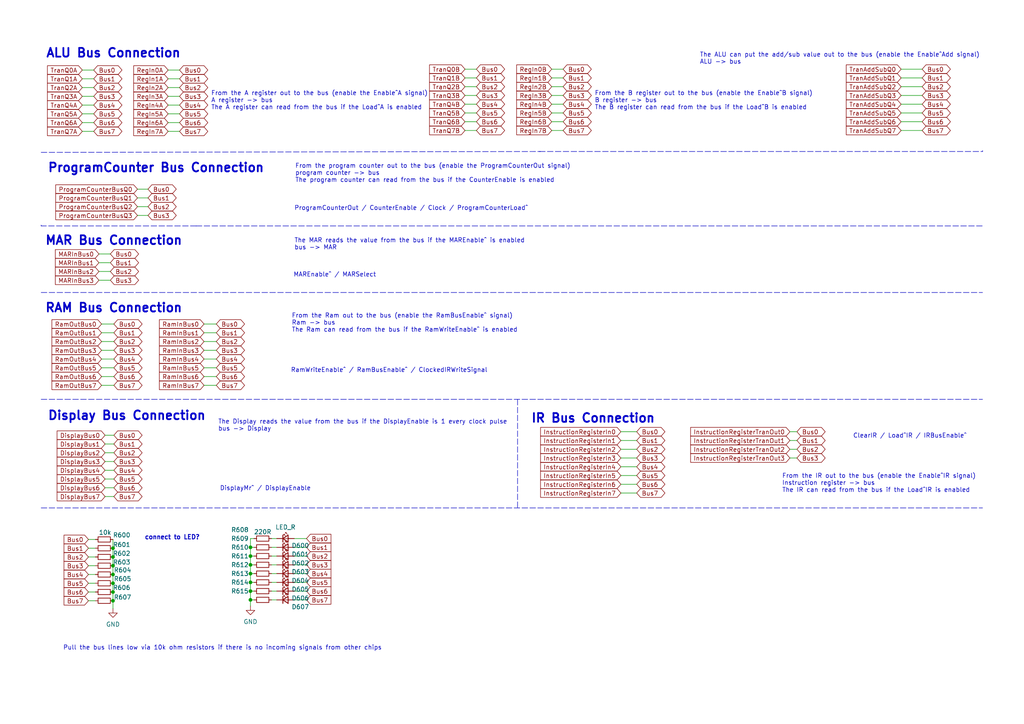
<source format=kicad_sch>
(kicad_sch (version 20211123) (generator eeschema)

  (uuid b042da8a-a3ae-4bc3-9181-443b86ac3680)

  (paper "A4")

  (title_block
    (title "The BUS")
    (date "2022-05-25")
    (rev "0.1v")
    (company "FLYX")
  )

  (lib_symbols
    (symbol "Device:LED_Small" (pin_numbers hide) (pin_names (offset 0.254) hide) (in_bom yes) (on_board yes)
      (property "Reference" "D" (id 0) (at -1.27 3.175 0)
        (effects (font (size 1.27 1.27)) (justify left))
      )
      (property "Value" "LED_Small" (id 1) (at -4.445 -2.54 0)
        (effects (font (size 1.27 1.27)) (justify left))
      )
      (property "Footprint" "" (id 2) (at 0 0 90)
        (effects (font (size 1.27 1.27)) hide)
      )
      (property "Datasheet" "~" (id 3) (at 0 0 90)
        (effects (font (size 1.27 1.27)) hide)
      )
      (property "ki_keywords" "LED diode light-emitting-diode" (id 4) (at 0 0 0)
        (effects (font (size 1.27 1.27)) hide)
      )
      (property "ki_description" "Light emitting diode, small symbol" (id 5) (at 0 0 0)
        (effects (font (size 1.27 1.27)) hide)
      )
      (property "ki_fp_filters" "LED* LED_SMD:* LED_THT:*" (id 6) (at 0 0 0)
        (effects (font (size 1.27 1.27)) hide)
      )
      (symbol "LED_Small_0_1"
        (polyline
          (pts
            (xy -0.762 -1.016)
            (xy -0.762 1.016)
          )
          (stroke (width 0.254) (type default) (color 0 0 0 0))
          (fill (type none))
        )
        (polyline
          (pts
            (xy 1.016 0)
            (xy -0.762 0)
          )
          (stroke (width 0) (type default) (color 0 0 0 0))
          (fill (type none))
        )
        (polyline
          (pts
            (xy 0.762 -1.016)
            (xy -0.762 0)
            (xy 0.762 1.016)
            (xy 0.762 -1.016)
          )
          (stroke (width 0.254) (type default) (color 0 0 0 0))
          (fill (type none))
        )
        (polyline
          (pts
            (xy 0 0.762)
            (xy -0.508 1.27)
            (xy -0.254 1.27)
            (xy -0.508 1.27)
            (xy -0.508 1.016)
          )
          (stroke (width 0) (type default) (color 0 0 0 0))
          (fill (type none))
        )
        (polyline
          (pts
            (xy 0.508 1.27)
            (xy 0 1.778)
            (xy 0.254 1.778)
            (xy 0 1.778)
            (xy 0 1.524)
          )
          (stroke (width 0) (type default) (color 0 0 0 0))
          (fill (type none))
        )
      )
      (symbol "LED_Small_1_1"
        (pin passive line (at -2.54 0 0) (length 1.778)
          (name "K" (effects (font (size 1.27 1.27))))
          (number "1" (effects (font (size 1.27 1.27))))
        )
        (pin passive line (at 2.54 0 180) (length 1.778)
          (name "A" (effects (font (size 1.27 1.27))))
          (number "2" (effects (font (size 1.27 1.27))))
        )
      )
    )
    (symbol "Device:R_Small" (pin_numbers hide) (pin_names (offset 0.254) hide) (in_bom yes) (on_board yes)
      (property "Reference" "R" (id 0) (at 0.762 0.508 0)
        (effects (font (size 1.27 1.27)) (justify left))
      )
      (property "Value" "R_Small" (id 1) (at 0.762 -1.016 0)
        (effects (font (size 1.27 1.27)) (justify left))
      )
      (property "Footprint" "" (id 2) (at 0 0 0)
        (effects (font (size 1.27 1.27)) hide)
      )
      (property "Datasheet" "~" (id 3) (at 0 0 0)
        (effects (font (size 1.27 1.27)) hide)
      )
      (property "ki_keywords" "R resistor" (id 4) (at 0 0 0)
        (effects (font (size 1.27 1.27)) hide)
      )
      (property "ki_description" "Resistor, small symbol" (id 5) (at 0 0 0)
        (effects (font (size 1.27 1.27)) hide)
      )
      (property "ki_fp_filters" "R_*" (id 6) (at 0 0 0)
        (effects (font (size 1.27 1.27)) hide)
      )
      (symbol "R_Small_0_1"
        (rectangle (start -0.762 1.778) (end 0.762 -1.778)
          (stroke (width 0.2032) (type default) (color 0 0 0 0))
          (fill (type none))
        )
      )
      (symbol "R_Small_1_1"
        (pin passive line (at 0 2.54 270) (length 0.762)
          (name "~" (effects (font (size 1.27 1.27))))
          (number "1" (effects (font (size 1.27 1.27))))
        )
        (pin passive line (at 0 -2.54 90) (length 0.762)
          (name "~" (effects (font (size 1.27 1.27))))
          (number "2" (effects (font (size 1.27 1.27))))
        )
      )
    )
    (symbol "power:GND" (power) (pin_names (offset 0)) (in_bom yes) (on_board yes)
      (property "Reference" "#PWR" (id 0) (at 0 -6.35 0)
        (effects (font (size 1.27 1.27)) hide)
      )
      (property "Value" "GND" (id 1) (at 0 -3.81 0)
        (effects (font (size 1.27 1.27)))
      )
      (property "Footprint" "" (id 2) (at 0 0 0)
        (effects (font (size 1.27 1.27)) hide)
      )
      (property "Datasheet" "" (id 3) (at 0 0 0)
        (effects (font (size 1.27 1.27)) hide)
      )
      (property "ki_keywords" "power-flag" (id 4) (at 0 0 0)
        (effects (font (size 1.27 1.27)) hide)
      )
      (property "ki_description" "Power symbol creates a global label with name \"GND\" , ground" (id 5) (at 0 0 0)
        (effects (font (size 1.27 1.27)) hide)
      )
      (symbol "GND_0_1"
        (polyline
          (pts
            (xy 0 0)
            (xy 0 -1.27)
            (xy 1.27 -1.27)
            (xy 0 -2.54)
            (xy -1.27 -1.27)
            (xy 0 -1.27)
          )
          (stroke (width 0) (type default) (color 0 0 0 0))
          (fill (type none))
        )
      )
      (symbol "GND_1_1"
        (pin power_in line (at 0 0 270) (length 0) hide
          (name "GND" (effects (font (size 1.27 1.27))))
          (number "1" (effects (font (size 1.27 1.27))))
        )
      )
    )
  )

  (junction (at 32.766 166.624) (diameter 0) (color 0 0 0 0)
    (uuid 283f6fa2-c4fa-479b-ba18-67ede26fd5a7)
  )
  (junction (at 72.644 163.83) (diameter 0) (color 0 0 0 0)
    (uuid 2b589bc0-21d6-47d7-b6c3-9c80d76bd2de)
  )
  (junction (at 32.766 171.704) (diameter 0) (color 0 0 0 0)
    (uuid 5ac03d37-dc98-44e6-9e7c-6dc3eef467fd)
  )
  (junction (at 72.644 173.99) (diameter 0) (color 0 0 0 0)
    (uuid 690292a5-8c23-4089-9129-9dc1d0584de1)
  )
  (junction (at 72.644 158.75) (diameter 0) (color 0 0 0 0)
    (uuid 7d059c52-b89e-42d4-9b14-d6858e7b0bba)
  )
  (junction (at 72.644 161.29) (diameter 0) (color 0 0 0 0)
    (uuid 81383567-27ef-4029-a389-ca953acebafb)
  )
  (junction (at 32.766 161.544) (diameter 0) (color 0 0 0 0)
    (uuid 8b322dc1-9636-45df-8879-c57c04911d43)
  )
  (junction (at 32.766 174.244) (diameter 0) (color 0 0 0 0)
    (uuid 8e460fa7-7fd9-4f24-aaa7-a6f5a2351598)
  )
  (junction (at 32.766 164.084) (diameter 0) (color 0 0 0 0)
    (uuid 961517ae-059f-4dd9-84a1-d99e51eae9f0)
  )
  (junction (at 32.766 169.164) (diameter 0) (color 0 0 0 0)
    (uuid ab6c60ed-46fb-48ec-9ad2-ffcf3f3a00fe)
  )
  (junction (at 72.644 166.37) (diameter 0) (color 0 0 0 0)
    (uuid ad7e1fcf-4394-48e6-8b3f-5a8b5a43e1ba)
  )
  (junction (at 72.644 168.91) (diameter 0) (color 0 0 0 0)
    (uuid c61c8ad5-4b1d-4e47-b9fa-5bc840ffef63)
  )
  (junction (at 72.644 171.45) (diameter 0) (color 0 0 0 0)
    (uuid f0800481-5a8b-46c2-b94c-2d0b7c0b71d4)
  )
  (junction (at 32.766 159.004) (diameter 0) (color 0 0 0 0)
    (uuid fb91cb28-393a-4451-8a01-784b85d74de3)
  )

  (wire (pts (xy 134.874 37.846) (xy 138.176 37.846))
    (stroke (width 0) (type default) (color 0 0 0 0))
    (uuid 00f7586e-183d-4246-9d6d-4f91078a1f7b)
  )
  (wire (pts (xy 48.768 22.86) (xy 52.07 22.86))
    (stroke (width 0) (type default) (color 0 0 0 0))
    (uuid 0163e155-9f24-4c73-9541-d8a8f47824e8)
  )
  (wire (pts (xy 29.464 104.14) (xy 33.02 104.14))
    (stroke (width 0) (type default) (color 0 0 0 0))
    (uuid 020ed8f1-fcae-4944-82b2-99565f8e5013)
  )
  (wire (pts (xy 59.182 104.14) (xy 62.738 104.14))
    (stroke (width 0) (type default) (color 0 0 0 0))
    (uuid 03b0eb97-e6bf-4755-adfa-30eb38f8758b)
  )
  (wire (pts (xy 30.48 138.938) (xy 33.02 138.938))
    (stroke (width 0) (type default) (color 0 0 0 0))
    (uuid 03cf931d-7b49-44bc-a3ac-b8d6c8db7d4f)
  )
  (wire (pts (xy 72.644 161.29) (xy 73.66 161.29))
    (stroke (width 0) (type default) (color 0 0 0 0))
    (uuid 079a6d65-f7f6-4554-8f9c-dcd7bcc6fe28)
  )
  (wire (pts (xy 160.02 22.606) (xy 163.322 22.606))
    (stroke (width 0) (type default) (color 0 0 0 0))
    (uuid 0998f16f-ff49-4191-87bd-7be68d3169cb)
  )
  (wire (pts (xy 48.768 38.1) (xy 52.07 38.1))
    (stroke (width 0) (type default) (color 0 0 0 0))
    (uuid 0dee99cd-0269-4e17-81c8-380c520647f8)
  )
  (wire (pts (xy 261.366 27.686) (xy 267.462 27.686))
    (stroke (width 0) (type default) (color 0 0 0 0))
    (uuid 10d8e753-784f-4acc-b405-2cfbbae398f8)
  )
  (wire (pts (xy 261.366 30.226) (xy 267.462 30.226))
    (stroke (width 0) (type default) (color 0 0 0 0))
    (uuid 149067b8-aa1c-47c1-b26f-b569ab2b329f)
  )
  (wire (pts (xy 134.874 30.226) (xy 138.176 30.226))
    (stroke (width 0) (type default) (color 0 0 0 0))
    (uuid 14c93791-e28d-475d-a6ca-8ada1519ef75)
  )
  (wire (pts (xy 23.876 25.4) (xy 27.178 25.4))
    (stroke (width 0) (type default) (color 0 0 0 0))
    (uuid 14f7d226-7216-453d-ace3-2914eb990da1)
  )
  (wire (pts (xy 72.644 166.37) (xy 72.644 168.91))
    (stroke (width 0) (type default) (color 0 0 0 0))
    (uuid 18913239-eb4d-48d3-a9af-dacc3ee1df8f)
  )
  (wire (pts (xy 160.02 25.146) (xy 163.322 25.146))
    (stroke (width 0) (type default) (color 0 0 0 0))
    (uuid 1d169e29-4e25-4c5a-b09d-052a70cfed0f)
  )
  (wire (pts (xy 48.768 20.32) (xy 52.07 20.32))
    (stroke (width 0) (type default) (color 0 0 0 0))
    (uuid 1d7aa328-111d-4826-8343-72814363f2f7)
  )
  (wire (pts (xy 32.766 164.084) (xy 32.766 166.624))
    (stroke (width 0) (type default) (color 0 0 0 0))
    (uuid 1fca1245-18d9-45e5-8039-b5819c27b714)
  )
  (wire (pts (xy 72.644 158.75) (xy 73.66 158.75))
    (stroke (width 0) (type default) (color 0 0 0 0))
    (uuid 247a7c9d-10f4-48f2-8ba4-9be551f2e0f7)
  )
  (wire (pts (xy 72.644 173.99) (xy 73.66 173.99))
    (stroke (width 0) (type default) (color 0 0 0 0))
    (uuid 248ea517-c5a5-466d-a9ff-d21bf8f31563)
  )
  (wire (pts (xy 48.768 25.4) (xy 52.07 25.4))
    (stroke (width 0) (type default) (color 0 0 0 0))
    (uuid 24f4e473-c789-4265-bc1b-f4eb214246cb)
  )
  (wire (pts (xy 229.108 125.222) (xy 231.14 125.222))
    (stroke (width 0) (type default) (color 0 0 0 0))
    (uuid 28629766-01ab-43b9-9a60-80195f99c100)
  )
  (wire (pts (xy 29.464 106.68) (xy 33.02 106.68))
    (stroke (width 0) (type default) (color 0 0 0 0))
    (uuid 2979bfef-2ecd-4399-908c-5f9d0f710233)
  )
  (wire (pts (xy 25.654 156.464) (xy 27.686 156.464))
    (stroke (width 0) (type default) (color 0 0 0 0))
    (uuid 2db35dc7-1046-456c-a131-3a1b933e7ba1)
  )
  (wire (pts (xy 73.66 156.21) (xy 72.644 156.21))
    (stroke (width 0) (type default) (color 0 0 0 0))
    (uuid 31df372e-ec9e-4863-8a55-242abe25d740)
  )
  (wire (pts (xy 23.876 38.1) (xy 27.178 38.1))
    (stroke (width 0) (type default) (color 0 0 0 0))
    (uuid 32009ec4-4f5d-475e-a226-b58102d1535c)
  )
  (wire (pts (xy 29.464 99.06) (xy 33.02 99.06))
    (stroke (width 0) (type default) (color 0 0 0 0))
    (uuid 3454d743-6bc4-42f1-bdfb-c5de037c9c86)
  )
  (wire (pts (xy 25.654 159.004) (xy 27.686 159.004))
    (stroke (width 0) (type default) (color 0 0 0 0))
    (uuid 35a6f43f-b969-4931-bbbb-025fe24572d8)
  )
  (polyline (pts (xy 11.938 84.836) (xy 284.988 84.836))
    (stroke (width 0) (type default) (color 0 0 0 0))
    (uuid 3b705ee7-2210-40ca-b08e-66b000bd1618)
  )

  (wire (pts (xy 32.766 171.704) (xy 32.766 174.244))
    (stroke (width 0) (type default) (color 0 0 0 0))
    (uuid 3b900a22-f1e4-42e8-a4ae-460445d6ba23)
  )
  (wire (pts (xy 59.182 111.76) (xy 62.738 111.76))
    (stroke (width 0) (type default) (color 0 0 0 0))
    (uuid 3bb744e8-86c0-4150-8eec-2b91d1fea28d)
  )
  (wire (pts (xy 85.344 168.91) (xy 88.9 168.91))
    (stroke (width 0) (type default) (color 0 0 0 0))
    (uuid 3c06d0d9-78fc-49e7-b679-1a2e881a184f)
  )
  (wire (pts (xy 72.644 163.83) (xy 72.644 166.37))
    (stroke (width 0) (type default) (color 0 0 0 0))
    (uuid 40344d3b-9774-4717-80d2-c1c889b09518)
  )
  (wire (pts (xy 23.876 20.32) (xy 27.178 20.32))
    (stroke (width 0) (type default) (color 0 0 0 0))
    (uuid 41f6d94d-add0-40cb-9830-2dc249faf9b3)
  )
  (polyline (pts (xy 11.938 115.824) (xy 284.988 115.824))
    (stroke (width 0) (type default) (color 0 0 0 0))
    (uuid 42853cac-7d5e-495d-b911-8bfd03e4b765)
  )

  (wire (pts (xy 32.766 156.464) (xy 32.766 159.004))
    (stroke (width 0) (type default) (color 0 0 0 0))
    (uuid 4294bc3c-2d20-433c-b1cb-ea794d4e1937)
  )
  (polyline (pts (xy 56.896 65.532) (xy 11.938 65.532))
    (stroke (width 0) (type default) (color 0 0 0 0))
    (uuid 45e59789-50e2-46ac-8c47-3c181a9566ee)
  )

  (wire (pts (xy 261.366 25.146) (xy 267.462 25.146))
    (stroke (width 0) (type default) (color 0 0 0 0))
    (uuid 49adcea1-b73f-4fec-b2a2-f28e81eec0b7)
  )
  (wire (pts (xy 30.48 136.398) (xy 33.02 136.398))
    (stroke (width 0) (type default) (color 0 0 0 0))
    (uuid 4d1acf67-c21a-48a7-b3f3-17ad53df97e9)
  )
  (wire (pts (xy 160.02 35.306) (xy 163.322 35.306))
    (stroke (width 0) (type default) (color 0 0 0 0))
    (uuid 4eb49b17-3f6e-49be-bc35-f3959804cc59)
  )
  (wire (pts (xy 59.182 106.68) (xy 62.738 106.68))
    (stroke (width 0) (type default) (color 0 0 0 0))
    (uuid 4f4e3d2d-ac38-43d7-90c5-d1859645b4e2)
  )
  (wire (pts (xy 25.654 171.704) (xy 27.686 171.704))
    (stroke (width 0) (type default) (color 0 0 0 0))
    (uuid 4fb93629-d160-43bf-af42-60ea1dcb8200)
  )
  (wire (pts (xy 59.182 109.22) (xy 62.738 109.22))
    (stroke (width 0) (type default) (color 0 0 0 0))
    (uuid 51b01900-5eee-4243-be46-3cd8cee84403)
  )
  (polyline (pts (xy 11.938 147.32) (xy 284.988 147.32))
    (stroke (width 0) (type default) (color 0 0 0 0))
    (uuid 537df87d-f86b-4cef-9030-8c6e7f0867c5)
  )

  (wire (pts (xy 78.74 156.21) (xy 80.264 156.21))
    (stroke (width 0) (type default) (color 0 0 0 0))
    (uuid 53bc397a-e7af-4990-bf43-7f1121417d0d)
  )
  (polyline (pts (xy 284.988 43.688) (xy 284.988 43.942))
    (stroke (width 0) (type default) (color 0 0 0 0))
    (uuid 53cf2e0b-2c94-4570-ab5c-f99e1f1beaa9)
  )

  (wire (pts (xy 180.086 135.382) (xy 184.658 135.382))
    (stroke (width 0) (type default) (color 0 0 0 0))
    (uuid 564c12e1-207b-44cf-ac13-5c637ab497bd)
  )
  (wire (pts (xy 160.02 20.066) (xy 163.322 20.066))
    (stroke (width 0) (type default) (color 0 0 0 0))
    (uuid 585e2722-ef6e-4db1-9a1b-10896a44c904)
  )
  (wire (pts (xy 48.768 30.48) (xy 52.07 30.48))
    (stroke (width 0) (type default) (color 0 0 0 0))
    (uuid 5b8b5e16-72b6-4c4e-b49f-e5d19749fd37)
  )
  (wire (pts (xy 23.876 33.02) (xy 27.178 33.02))
    (stroke (width 0) (type default) (color 0 0 0 0))
    (uuid 5d2b8c69-2d6e-45ab-a3e0-f0004fb3143b)
  )
  (wire (pts (xy 59.182 93.98) (xy 62.738 93.98))
    (stroke (width 0) (type default) (color 0 0 0 0))
    (uuid 5e1d6010-d9c4-4f08-9a1c-1ba92cd645b6)
  )
  (wire (pts (xy 30.48 133.858) (xy 33.02 133.858))
    (stroke (width 0) (type default) (color 0 0 0 0))
    (uuid 5fd03718-2c27-464d-b43f-d983cafe1558)
  )
  (wire (pts (xy 59.182 99.06) (xy 62.738 99.06))
    (stroke (width 0) (type default) (color 0 0 0 0))
    (uuid 618ba85f-0232-4602-bf53-480fab441fad)
  )
  (wire (pts (xy 261.366 37.846) (xy 267.462 37.846))
    (stroke (width 0) (type default) (color 0 0 0 0))
    (uuid 624bef54-4aa3-46fc-ba83-2d2e05213ff6)
  )
  (wire (pts (xy 23.876 22.86) (xy 27.178 22.86))
    (stroke (width 0) (type default) (color 0 0 0 0))
    (uuid 63abd27b-726d-4786-a315-8cc1d4319b2f)
  )
  (wire (pts (xy 72.644 168.91) (xy 72.644 171.45))
    (stroke (width 0) (type default) (color 0 0 0 0))
    (uuid 683dc654-af48-4ba8-af23-1c86b95c136e)
  )
  (wire (pts (xy 85.344 171.45) (xy 88.9 171.45))
    (stroke (width 0) (type default) (color 0 0 0 0))
    (uuid 69d3e249-71af-4257-b418-b8677804cfcd)
  )
  (wire (pts (xy 229.108 132.842) (xy 231.14 132.842))
    (stroke (width 0) (type default) (color 0 0 0 0))
    (uuid 6a85b30b-1fee-4b67-986a-f779dddb51ce)
  )
  (polyline (pts (xy 11.938 44.196) (xy 156.718 43.942))
    (stroke (width 0) (type default) (color 0 0 0 0))
    (uuid 6bab87da-aecc-4d24-b473-50ac4b3e484d)
  )

  (wire (pts (xy 29.464 111.76) (xy 33.02 111.76))
    (stroke (width 0) (type default) (color 0 0 0 0))
    (uuid 73de0e9c-44a9-48da-83ba-08b08c185506)
  )
  (wire (pts (xy 72.644 173.99) (xy 72.644 175.768))
    (stroke (width 0) (type default) (color 0 0 0 0))
    (uuid 7442908b-5eb9-49d7-8e5e-04dbe16068c8)
  )
  (wire (pts (xy 85.344 163.83) (xy 88.9 163.83))
    (stroke (width 0) (type default) (color 0 0 0 0))
    (uuid 761e513a-06b9-4397-ad13-9801b7ca78cc)
  )
  (wire (pts (xy 32.766 161.544) (xy 32.766 164.084))
    (stroke (width 0) (type default) (color 0 0 0 0))
    (uuid 782d7ef0-5770-4a0c-bf43-960193664fe2)
  )
  (polyline (pts (xy 150.114 115.824) (xy 150.114 147.32))
    (stroke (width 0) (type default) (color 0 0 0 0))
    (uuid 7a383f3d-249c-44a0-969e-606f00870d08)
  )

  (wire (pts (xy 229.108 127.762) (xy 231.14 127.762))
    (stroke (width 0) (type default) (color 0 0 0 0))
    (uuid 7b251fe4-fd26-47d2-a7fb-7dd45aead396)
  )
  (wire (pts (xy 85.344 161.29) (xy 88.9 161.29))
    (stroke (width 0) (type default) (color 0 0 0 0))
    (uuid 7bda0cca-0b2b-4b2c-8011-27c8d9ff664e)
  )
  (wire (pts (xy 25.654 169.164) (xy 27.686 169.164))
    (stroke (width 0) (type default) (color 0 0 0 0))
    (uuid 8080f6f5-1119-4e39-90f0-c24855d3bd14)
  )
  (wire (pts (xy 23.876 30.48) (xy 27.178 30.48))
    (stroke (width 0) (type default) (color 0 0 0 0))
    (uuid 82821f95-4018-4686-a1e4-e072439a6040)
  )
  (wire (pts (xy 134.874 22.606) (xy 138.176 22.606))
    (stroke (width 0) (type default) (color 0 0 0 0))
    (uuid 83561e8e-2d0c-4912-9294-bf3592ce01e2)
  )
  (wire (pts (xy 134.874 35.306) (xy 138.176 35.306))
    (stroke (width 0) (type default) (color 0 0 0 0))
    (uuid 83b9d545-bbcf-4e1a-bc51-9aeda085e952)
  )
  (wire (pts (xy 28.702 81.28) (xy 32.004 81.28))
    (stroke (width 0) (type default) (color 0 0 0 0))
    (uuid 848d17b1-3062-4631-b4f5-eff9ffe1ceb7)
  )
  (wire (pts (xy 25.654 164.084) (xy 27.686 164.084))
    (stroke (width 0) (type default) (color 0 0 0 0))
    (uuid 87323964-b97a-4aae-b3fe-3d155bbfc0f9)
  )
  (wire (pts (xy 72.644 158.75) (xy 72.644 161.29))
    (stroke (width 0) (type default) (color 0 0 0 0))
    (uuid 8a0d59f4-5a99-4889-849a-40722324866b)
  )
  (wire (pts (xy 23.876 35.56) (xy 27.178 35.56))
    (stroke (width 0) (type default) (color 0 0 0 0))
    (uuid 8bd4d6d6-98c8-4efb-b3db-4557fba8dbc3)
  )
  (wire (pts (xy 32.766 166.624) (xy 32.766 169.164))
    (stroke (width 0) (type default) (color 0 0 0 0))
    (uuid 8c84c248-22f2-4cf3-9fbe-5c5e65a26974)
  )
  (wire (pts (xy 78.74 168.91) (xy 80.264 168.91))
    (stroke (width 0) (type default) (color 0 0 0 0))
    (uuid 8ca466a7-5be9-497b-bec4-c8d481749fd2)
  )
  (wire (pts (xy 78.74 161.29) (xy 80.264 161.29))
    (stroke (width 0) (type default) (color 0 0 0 0))
    (uuid 8f1aa7fa-041c-4a35-8fa3-c9c2a7206abd)
  )
  (wire (pts (xy 229.108 130.302) (xy 231.14 130.302))
    (stroke (width 0) (type default) (color 0 0 0 0))
    (uuid 905f1712-5236-4abb-8199-1781860dd224)
  )
  (wire (pts (xy 72.644 166.37) (xy 73.66 166.37))
    (stroke (width 0) (type default) (color 0 0 0 0))
    (uuid 925ba68e-203e-475f-a06a-d14a5dfb8342)
  )
  (wire (pts (xy 72.644 163.83) (xy 73.66 163.83))
    (stroke (width 0) (type default) (color 0 0 0 0))
    (uuid 95de1515-15df-431c-804a-7a1c64b413ad)
  )
  (wire (pts (xy 72.644 168.91) (xy 73.66 168.91))
    (stroke (width 0) (type default) (color 0 0 0 0))
    (uuid 978d229e-1fa6-4626-9eec-fb9875a6355d)
  )
  (wire (pts (xy 48.768 35.56) (xy 52.07 35.56))
    (stroke (width 0) (type default) (color 0 0 0 0))
    (uuid 979da0a4-3ceb-441f-b7a9-9c06a0bb83eb)
  )
  (polyline (pts (xy 56.896 65.532) (xy 284.988 65.532))
    (stroke (width 0) (type default) (color 0 0 0 0))
    (uuid 97d2b2ad-6591-454e-96ec-a23ef4acfffc)
  )

  (wire (pts (xy 29.464 93.98) (xy 33.02 93.98))
    (stroke (width 0) (type default) (color 0 0 0 0))
    (uuid 9973a064-f10f-401a-a790-eed3b75dd79f)
  )
  (wire (pts (xy 59.182 101.6) (xy 62.738 101.6))
    (stroke (width 0) (type default) (color 0 0 0 0))
    (uuid 9cfdbb85-8874-4e8c-a73d-0de6367f2bd4)
  )
  (wire (pts (xy 32.766 169.164) (xy 32.766 171.704))
    (stroke (width 0) (type default) (color 0 0 0 0))
    (uuid 9d4ec8a1-ea8c-476c-be7e-b4bd10952ed9)
  )
  (wire (pts (xy 180.086 127.762) (xy 184.658 127.762))
    (stroke (width 0) (type default) (color 0 0 0 0))
    (uuid 9eedc8f7-9afc-49e7-8979-1bbdc40da357)
  )
  (wire (pts (xy 160.02 37.846) (xy 163.322 37.846))
    (stroke (width 0) (type default) (color 0 0 0 0))
    (uuid 9fca26d8-2f77-4002-a7e0-5ebf8d1b329a)
  )
  (wire (pts (xy 85.344 173.99) (xy 88.9 173.99))
    (stroke (width 0) (type default) (color 0 0 0 0))
    (uuid a03584f2-02ac-4180-b417-0d7ce5965ffb)
  )
  (wire (pts (xy 160.02 30.226) (xy 163.322 30.226))
    (stroke (width 0) (type default) (color 0 0 0 0))
    (uuid a2dfe205-07e9-47e8-ac6b-da086d0b6952)
  )
  (wire (pts (xy 30.48 131.318) (xy 33.02 131.318))
    (stroke (width 0) (type default) (color 0 0 0 0))
    (uuid a3f11492-7936-40fd-853f-e2b42a257f46)
  )
  (wire (pts (xy 134.874 25.146) (xy 138.176 25.146))
    (stroke (width 0) (type default) (color 0 0 0 0))
    (uuid a67f4167-9804-4b2d-a6c6-ab110aa652da)
  )
  (wire (pts (xy 261.366 22.606) (xy 267.462 22.606))
    (stroke (width 0) (type default) (color 0 0 0 0))
    (uuid a78e43d7-7054-4d0c-a5f7-511d50d74b70)
  )
  (wire (pts (xy 25.654 166.624) (xy 27.686 166.624))
    (stroke (width 0) (type default) (color 0 0 0 0))
    (uuid ac93abfc-e6f2-47a4-bcc9-7daf299d6ee0)
  )
  (wire (pts (xy 78.74 173.99) (xy 80.264 173.99))
    (stroke (width 0) (type default) (color 0 0 0 0))
    (uuid ad6ced09-c30a-48e1-b212-d31ef935dda9)
  )
  (wire (pts (xy 29.464 96.52) (xy 33.02 96.52))
    (stroke (width 0) (type default) (color 0 0 0 0))
    (uuid ade51b1a-cf59-4641-a362-c8895a668f2b)
  )
  (wire (pts (xy 23.876 27.94) (xy 27.178 27.94))
    (stroke (width 0) (type default) (color 0 0 0 0))
    (uuid af847dd0-56fc-428e-89c1-558aeacc9598)
  )
  (wire (pts (xy 59.182 96.52) (xy 62.738 96.52))
    (stroke (width 0) (type default) (color 0 0 0 0))
    (uuid b22f6636-7f1f-43ff-99c7-e17bfd1ed8b9)
  )
  (wire (pts (xy 134.874 32.766) (xy 138.176 32.766))
    (stroke (width 0) (type default) (color 0 0 0 0))
    (uuid b31ecce3-1f90-444a-aaae-bdf626e14fbf)
  )
  (wire (pts (xy 28.702 78.74) (xy 32.004 78.74))
    (stroke (width 0) (type default) (color 0 0 0 0))
    (uuid bb8bef3f-b8cf-43a7-af31-3ae20ef35de9)
  )
  (wire (pts (xy 48.768 33.02) (xy 52.07 33.02))
    (stroke (width 0) (type default) (color 0 0 0 0))
    (uuid be32796f-5b67-4447-8899-f2a301939123)
  )
  (wire (pts (xy 39.878 59.944) (xy 42.926 59.944))
    (stroke (width 0) (type default) (color 0 0 0 0))
    (uuid c31fa936-66e6-424e-84ef-722b1de5831f)
  )
  (wire (pts (xy 28.702 73.66) (xy 32.004 73.66))
    (stroke (width 0) (type default) (color 0 0 0 0))
    (uuid c72f49b8-3b9b-44a2-bb44-25315ffb7eed)
  )
  (wire (pts (xy 78.74 166.37) (xy 80.264 166.37))
    (stroke (width 0) (type default) (color 0 0 0 0))
    (uuid c8963505-d693-4ef8-8557-ab93ba961b73)
  )
  (wire (pts (xy 29.464 109.22) (xy 33.02 109.22))
    (stroke (width 0) (type default) (color 0 0 0 0))
    (uuid c97203a8-461d-4ec0-a3f7-02dd7e348906)
  )
  (wire (pts (xy 261.366 35.306) (xy 267.462 35.306))
    (stroke (width 0) (type default) (color 0 0 0 0))
    (uuid ca272e26-bf29-4eed-a936-5acba71312fe)
  )
  (wire (pts (xy 39.878 54.864) (xy 42.926 54.864))
    (stroke (width 0) (type default) (color 0 0 0 0))
    (uuid cadd7a02-02bf-4ca1-92b1-bdaf8856abb9)
  )
  (polyline (pts (xy 156.464 43.942) (xy 284.988 43.942))
    (stroke (width 0) (type default) (color 0 0 0 0))
    (uuid cbe6aecd-73c9-4b67-abb2-6018046aaaeb)
  )

  (wire (pts (xy 30.48 126.238) (xy 33.02 126.238))
    (stroke (width 0) (type default) (color 0 0 0 0))
    (uuid cd454cb1-57a0-4af1-9342-8fd3b345bd7f)
  )
  (wire (pts (xy 32.766 174.244) (xy 32.766 176.53))
    (stroke (width 0) (type default) (color 0 0 0 0))
    (uuid cf87cc03-110e-4295-93ed-48626b747fb1)
  )
  (wire (pts (xy 78.74 158.75) (xy 80.264 158.75))
    (stroke (width 0) (type default) (color 0 0 0 0))
    (uuid d0519956-5abd-413e-9a92-0e13ad5ee2a4)
  )
  (wire (pts (xy 180.086 140.462) (xy 184.658 140.462))
    (stroke (width 0) (type default) (color 0 0 0 0))
    (uuid d355dea6-fa8d-410d-b8b5-0a9a351f0246)
  )
  (wire (pts (xy 30.48 144.018) (xy 33.02 144.018))
    (stroke (width 0) (type default) (color 0 0 0 0))
    (uuid d430eb6b-54e9-4332-9c1b-323b82f9a8ba)
  )
  (wire (pts (xy 30.48 128.778) (xy 33.02 128.778))
    (stroke (width 0) (type default) (color 0 0 0 0))
    (uuid d67e3653-bae4-4617-82e0-8f439347eb28)
  )
  (wire (pts (xy 25.654 161.544) (xy 27.686 161.544))
    (stroke (width 0) (type default) (color 0 0 0 0))
    (uuid d7d9aaeb-7beb-4e25-8024-5fd71c3f786c)
  )
  (wire (pts (xy 160.02 27.686) (xy 163.322 27.686))
    (stroke (width 0) (type default) (color 0 0 0 0))
    (uuid d7e27b8f-7217-4ead-a310-aecfad33ff4f)
  )
  (wire (pts (xy 39.878 57.404) (xy 42.926 57.404))
    (stroke (width 0) (type default) (color 0 0 0 0))
    (uuid daa68cfb-24e7-46c0-b315-33cf4b3aaec0)
  )
  (wire (pts (xy 261.366 20.066) (xy 267.462 20.066))
    (stroke (width 0) (type default) (color 0 0 0 0))
    (uuid dadcffc3-367b-4d5b-bd03-e883fb8479ea)
  )
  (wire (pts (xy 25.654 174.244) (xy 27.686 174.244))
    (stroke (width 0) (type default) (color 0 0 0 0))
    (uuid dadfa6f8-271a-41d3-a20b-a542457e5a6b)
  )
  (wire (pts (xy 180.086 137.922) (xy 184.658 137.922))
    (stroke (width 0) (type default) (color 0 0 0 0))
    (uuid dba17e5a-514a-4dfa-9594-6e27a43c26ea)
  )
  (wire (pts (xy 85.344 158.75) (xy 88.9 158.75))
    (stroke (width 0) (type default) (color 0 0 0 0))
    (uuid dd0ba147-1d48-487d-bb21-b15a7cfc14b8)
  )
  (wire (pts (xy 72.644 171.45) (xy 72.644 173.99))
    (stroke (width 0) (type default) (color 0 0 0 0))
    (uuid df3f44b4-c1b3-4aa3-8f18-76faaed6e7d5)
  )
  (polyline (pts (xy 11.938 65.278) (xy 11.938 65.532))
    (stroke (width 0) (type default) (color 0 0 0 0))
    (uuid dfadbdc6-4246-4f3a-b2fb-ad1f71881020)
  )

  (wire (pts (xy 180.086 132.842) (xy 184.658 132.842))
    (stroke (width 0) (type default) (color 0 0 0 0))
    (uuid e211a64a-27aa-435f-851d-a0cf5c852c55)
  )
  (wire (pts (xy 180.086 125.222) (xy 184.658 125.222))
    (stroke (width 0) (type default) (color 0 0 0 0))
    (uuid e31c92f8-7cba-40ba-91d0-030c8fe6c8e9)
  )
  (wire (pts (xy 85.344 156.21) (xy 88.9 156.21))
    (stroke (width 0) (type default) (color 0 0 0 0))
    (uuid e52096af-04d4-4b0e-be2a-0ef6e400a721)
  )
  (wire (pts (xy 85.344 166.37) (xy 88.9 166.37))
    (stroke (width 0) (type default) (color 0 0 0 0))
    (uuid e829f634-25f8-4717-85df-ff9c7798a984)
  )
  (wire (pts (xy 39.878 62.484) (xy 42.926 62.484))
    (stroke (width 0) (type default) (color 0 0 0 0))
    (uuid e881080b-0859-4b61-8bc8-be17e634cb4c)
  )
  (wire (pts (xy 78.74 163.83) (xy 80.264 163.83))
    (stroke (width 0) (type default) (color 0 0 0 0))
    (uuid ea00abff-14b2-4548-aec9-84ea0af0a23e)
  )
  (wire (pts (xy 48.768 27.94) (xy 52.07 27.94))
    (stroke (width 0) (type default) (color 0 0 0 0))
    (uuid eb4fd513-bbb9-4c56-9ff7-3a7bc802bf50)
  )
  (wire (pts (xy 29.464 101.6) (xy 33.02 101.6))
    (stroke (width 0) (type default) (color 0 0 0 0))
    (uuid eb54f150-1815-419c-99e6-8c3c5774df70)
  )
  (wire (pts (xy 28.702 76.2) (xy 32.004 76.2))
    (stroke (width 0) (type default) (color 0 0 0 0))
    (uuid ed9509fc-1796-4f17-b292-97bce6686b51)
  )
  (wire (pts (xy 72.644 161.29) (xy 72.644 163.83))
    (stroke (width 0) (type default) (color 0 0 0 0))
    (uuid edf30374-e02a-4e02-a547-5d25f063d117)
  )
  (wire (pts (xy 134.874 27.686) (xy 138.176 27.686))
    (stroke (width 0) (type default) (color 0 0 0 0))
    (uuid efa27c56-9834-4b47-932f-6c55785ee281)
  )
  (wire (pts (xy 72.644 156.21) (xy 72.644 158.75))
    (stroke (width 0) (type default) (color 0 0 0 0))
    (uuid eff65c69-5309-4175-b419-be1447ec2818)
  )
  (wire (pts (xy 72.644 171.45) (xy 73.66 171.45))
    (stroke (width 0) (type default) (color 0 0 0 0))
    (uuid f0c6582a-7960-419a-a942-87235c72e7ec)
  )
  (wire (pts (xy 32.766 159.004) (xy 32.766 161.544))
    (stroke (width 0) (type default) (color 0 0 0 0))
    (uuid f2a180bd-dfd1-4408-ac52-08643a2257c7)
  )
  (wire (pts (xy 261.366 32.766) (xy 267.462 32.766))
    (stroke (width 0) (type default) (color 0 0 0 0))
    (uuid f3d80f3c-f42b-4bb5-9d86-098fd4cccb33)
  )
  (wire (pts (xy 180.086 143.002) (xy 184.658 143.002))
    (stroke (width 0) (type default) (color 0 0 0 0))
    (uuid f9096fe7-a504-4634-afce-f3c31e0300b7)
  )
  (wire (pts (xy 180.086 130.302) (xy 184.658 130.302))
    (stroke (width 0) (type default) (color 0 0 0 0))
    (uuid fa97c6aa-4a29-45c2-a54c-e9082697af78)
  )
  (wire (pts (xy 160.02 32.766) (xy 163.322 32.766))
    (stroke (width 0) (type default) (color 0 0 0 0))
    (uuid fad40863-aa86-4baf-b072-065b8039e347)
  )
  (wire (pts (xy 78.74 171.45) (xy 80.264 171.45))
    (stroke (width 0) (type default) (color 0 0 0 0))
    (uuid fe4b9473-393c-40af-be55-db916a60aa63)
  )
  (wire (pts (xy 134.874 20.066) (xy 138.176 20.066))
    (stroke (width 0) (type default) (color 0 0 0 0))
    (uuid febed129-8445-44b4-b528-c4163450c9f2)
  )
  (wire (pts (xy 30.48 141.478) (xy 33.02 141.478))
    (stroke (width 0) (type default) (color 0 0 0 0))
    (uuid ff0b1a58-16e2-4627-b211-de4fd5843312)
  )

  (text "From the A register out to the bus (enable the Enable^A signal)\nA register -> bus\nThe A register can read from the bus if the Load^A is enabled"
    (at 61.214 32.004 0)
    (effects (font (size 1.27 1.27)) (justify left bottom))
    (uuid 09499c11-440b-4cf0-a451-1f0b8be4448c)
  )
  (text "From the program counter out to the bus (enable the ProgramCounterOut signal)\nprogram counter -> bus\nThe program counter can read from the bus if the CounterEnable is enabled"
    (at 85.598 53.086 0)
    (effects (font (size 1.27 1.27)) (justify left bottom))
    (uuid 1edbf087-1a59-4cf9-9e2d-3de9b8f2c42a)
  )
  (text "The MAR reads the value from the bus if the MAREnable^ is enabled\nbus -> MAR"
    (at 85.344 72.644 0)
    (effects (font (size 1.27 1.27)) (justify left bottom))
    (uuid 2a9281ff-e484-4815-b328-149c6a24b9dc)
  )
  (text "DisplayMr^ / DisplayEnable" (at 63.754 142.494 0)
    (effects (font (size 1.27 1.27)) (justify left bottom))
    (uuid 30d804b5-c2d3-48f6-a3ea-03fa2a13091a)
  )
  (text "ProgramCounterOut / CounterEnable / Clock / ProgramCounterLoad^"
    (at 85.344 61.214 0)
    (effects (font (size 1.27 1.27)) (justify left bottom))
    (uuid 32ccb04b-c366-4148-9e8f-4d09f17c0e32)
  )
  (text "RamWriteEnable^ / RamBusEnable^ / ClockedIRWriteSignal"
    (at 84.328 108.204 0)
    (effects (font (size 1.27 1.27)) (justify left bottom))
    (uuid 40d7d409-b6fd-4302-9d87-5df4e5cbc4aa)
  )
  (text "RAM Bus Connection" (at 12.954 90.932 0)
    (effects (font (size 2.54 2.54) (thickness 0.508) bold) (justify left bottom))
    (uuid 495593d8-f58f-48d2-a411-1a12824a4058)
  )
  (text "IR Bus Connection" (at 153.924 122.936 0)
    (effects (font (size 2.54 2.54) (thickness 0.508) bold) (justify left bottom))
    (uuid 573259b5-5bc0-486b-bcc6-e6c186abc442)
  )
  (text "connect to LED?" (at 41.91 156.718 0)
    (effects (font (size 1.27 1.27) (thickness 0.254) bold) (justify left bottom))
    (uuid 57d7facf-4131-40eb-a2b0-41e59ddbac61)
  )
  (text "Display Bus Connection" (at 13.716 122.174 0)
    (effects (font (size 2.54 2.54) (thickness 0.508) bold) (justify left bottom))
    (uuid 5e61c874-38ca-4521-a913-28a3a0393d08)
  )
  (text "From the Ram out to the bus (enable the RamBusEnable^ signal)\nRam -> bus\nThe Ram can read from the bus if the RamWriteEnable^ is enabled"
    (at 84.582 96.52 0)
    (effects (font (size 1.27 1.27)) (justify left bottom))
    (uuid 6685e374-4b74-4363-b25d-dd27bd2656c7)
  )
  (text "ClearIR / Load^IR / IRBusEnable^" (at 247.396 127.254 0)
    (effects (font (size 1.27 1.27)) (justify left bottom))
    (uuid 6c218472-70cf-45dc-95a7-1fb289ace385)
  )
  (text "Pull the bus lines low via 10k ohm resistors if there is no incoming signals from other chips"
    (at 18.288 188.722 0)
    (effects (font (size 1.27 1.27)) (justify left bottom))
    (uuid 6f447f59-dd7a-4f11-96bd-b4c229091f0c)
  )
  (text "From the B register out to the bus (enable the Enable^B signal)\nB register -> bus\nThe B register can read from the bus if the Load^B is enabled"
    (at 172.466 32.004 0)
    (effects (font (size 1.27 1.27)) (justify left bottom))
    (uuid 8ea2e4bd-1988-4334-bfbe-cfa90f7a2bed)
  )
  (text "MAREnable^ / MARSelect" (at 85.09 80.518 0)
    (effects (font (size 1.27 1.27)) (justify left bottom))
    (uuid 938e5e83-4635-41ea-8d4f-96fa54bce269)
  )
  (text "The Display reads the value from the bus if the DisplayEnable is 1 every clock pulse\nbus -> Display"
    (at 63.246 125.222 0)
    (effects (font (size 1.27 1.27)) (justify left bottom))
    (uuid a6070f39-522a-4195-aff8-0dbf0c1fb2ae)
  )
  (text "ALU Bus Connection" (at 13.208 17.018 0)
    (effects (font (size 2.54 2.54) (thickness 0.508) bold) (justify left bottom))
    (uuid ac5fe975-34df-4684-8593-b4bd34fb6c3b)
  )
  (text "From the IR out to the bus (enable the Enable^IR signal)\nInstruction register -> bus\nThe IR can read from the bus if the Load^IR is enabled"
    (at 226.822 143.002 0)
    (effects (font (size 1.27 1.27)) (justify left bottom))
    (uuid c352f12b-1683-4025-8334-49d75c69e738)
  )
  (text "ProgramCounter Bus Connection" (at 13.716 50.292 0)
    (effects (font (size 2.54 2.54) (thickness 0.508) bold) (justify left bottom))
    (uuid c799c859-f398-4997-8f85-8657f90383ea)
  )
  (text "The ALU can put the add/sub value out to the bus (enable the Enable^Add signal)\nALU -> bus"
    (at 202.946 18.796 0)
    (effects (font (size 1.27 1.27)) (justify left bottom))
    (uuid d9576522-ae5c-48bf-93d4-afcc16820432)
  )
  (text "MAR Bus Connection" (at 12.954 71.374 0)
    (effects (font (size 2.54 2.54) (thickness 0.508) bold) (justify left bottom))
    (uuid f4218a75-d2ea-430e-a613-1f828c58fadd)
  )

  (global_label "Bus1" (shape input) (at 88.9 158.75 0) (fields_autoplaced)
    (effects (font (size 1.27 1.27)) (justify left))
    (uuid 02c6e82d-9145-46cb-b0aa-e83218ea21c0)
    (property "Intersheet References" "${INTERSHEET_REFS}" (id 0) (at 95.9698 158.6706 0)
      (effects (font (size 1.27 1.27)) (justify left) hide)
    )
  )
  (global_label "RamInBus5" (shape input) (at 59.182 106.68 180) (fields_autoplaced)
    (effects (font (size 1.27 1.27)) (justify right))
    (uuid 0367f967-2337-4773-9a4c-4aa697bce0c6)
    (property "Intersheet References" "${INTERSHEET_REFS}" (id 0) (at 46.246 106.6006 0)
      (effects (font (size 1.27 1.27)) (justify right) hide)
    )
  )
  (global_label "InstructionRegisterIn7" (shape input) (at 180.086 143.002 180) (fields_autoplaced)
    (effects (font (size 1.27 1.27)) (justify right))
    (uuid 037f40fa-dd12-444d-aa2c-52f52f843809)
    (property "Intersheet References" "${INTERSHEET_REFS}" (id 0) (at 156.8086 142.9226 0)
      (effects (font (size 1.27 1.27)) (justify right) hide)
    )
  )
  (global_label "ProgramCounterBusQ1" (shape input) (at 39.878 57.404 180) (fields_autoplaced)
    (effects (font (size 1.27 1.27)) (justify right))
    (uuid 05853bf4-709f-41b7-b063-86a0d5861aa4)
    (property "Intersheet References" "${INTERSHEET_REFS}" (id 0) (at 16.1773 57.3246 0)
      (effects (font (size 1.27 1.27)) (justify right) hide)
    )
  )
  (global_label "Bus2" (shape bidirectional) (at 62.738 99.06 0) (fields_autoplaced)
    (effects (font (size 1.27 1.27)) (justify left))
    (uuid 062d23f0-c776-4d8d-8346-f14e96566ac0)
    (property "Intersheet References" "${INTERSHEET_REFS}" (id 0) (at 69.8078 98.9806 0)
      (effects (font (size 1.27 1.27)) (justify left) hide)
    )
  )
  (global_label "TranQ5A" (shape input) (at 23.876 33.02 180) (fields_autoplaced)
    (effects (font (size 1.27 1.27)) (justify right))
    (uuid 06afd6a4-f2d9-4696-bed5-5ce3c6d00a3d)
    (property "Intersheet References" "${INTERSHEET_REFS}" (id 0) (at 13.7824 32.9406 0)
      (effects (font (size 1.27 1.27)) (justify right) hide)
    )
  )
  (global_label "TranAddSubQ7" (shape input) (at 261.366 37.846 180) (fields_autoplaced)
    (effects (font (size 1.27 1.27)) (justify right))
    (uuid 0914890a-a639-4e3b-823a-c61260713f29)
    (property "Intersheet References" "${INTERSHEET_REFS}" (id 0) (at 245.4667 37.9254 0)
      (effects (font (size 1.27 1.27)) (justify right) hide)
    )
  )
  (global_label "Bus6" (shape input) (at 88.9 171.45 0) (fields_autoplaced)
    (effects (font (size 1.27 1.27)) (justify left))
    (uuid 0a5e25bb-3cff-459a-bbef-9bdee06b05ff)
    (property "Intersheet References" "${INTERSHEET_REFS}" (id 0) (at 95.9698 171.3706 0)
      (effects (font (size 1.27 1.27)) (justify left) hide)
    )
  )
  (global_label "DisplayBus0" (shape input) (at 30.48 126.238 180) (fields_autoplaced)
    (effects (font (size 1.27 1.27)) (justify right))
    (uuid 0ac31c07-1547-438c-9d64-72d28bd2ce1a)
    (property "Intersheet References" "${INTERSHEET_REFS}" (id 0) (at 16.5764 126.1586 0)
      (effects (font (size 1.27 1.27)) (justify right) hide)
    )
  )
  (global_label "Bus6" (shape bidirectional) (at 184.658 140.462 0) (fields_autoplaced)
    (effects (font (size 1.27 1.27)) (justify left))
    (uuid 0b60267a-30d3-4059-a071-7684b08efa2b)
    (property "Intersheet References" "${INTERSHEET_REFS}" (id 0) (at 191.7278 140.3826 0)
      (effects (font (size 1.27 1.27)) (justify left) hide)
    )
  )
  (global_label "InstructionRegisterTranOut3" (shape input) (at 229.108 132.842 180) (fields_autoplaced)
    (effects (font (size 1.27 1.27)) (justify right))
    (uuid 0ba2a9bf-fa99-49e6-b755-16db36cf1987)
    (property "Intersheet References" "${INTERSHEET_REFS}" (id 0) (at 200.3273 132.9214 0)
      (effects (font (size 1.27 1.27)) (justify right) hide)
    )
  )
  (global_label "Bus3" (shape bidirectional) (at 138.176 27.686 0) (fields_autoplaced)
    (effects (font (size 1.27 1.27)) (justify left))
    (uuid 0dab1628-2738-42ca-b398-9940585c6f0c)
    (property "Intersheet References" "${INTERSHEET_REFS}" (id 0) (at 145.2458 27.6066 0)
      (effects (font (size 1.27 1.27)) (justify left) hide)
    )
  )
  (global_label "RegIn6B" (shape input) (at 160.02 35.306 180) (fields_autoplaced)
    (effects (font (size 1.27 1.27)) (justify right))
    (uuid 0e22147e-e5fa-47c7-9a80-750709fb3e41)
    (property "Intersheet References" "${INTERSHEET_REFS}" (id 0) (at 149.8659 35.2266 0)
      (effects (font (size 1.27 1.27)) (justify right) hide)
    )
  )
  (global_label "RegIn7B" (shape input) (at 160.02 37.846 180) (fields_autoplaced)
    (effects (font (size 1.27 1.27)) (justify right))
    (uuid 10ed175c-b6cb-409a-a9e6-bfbbc92e09b0)
    (property "Intersheet References" "${INTERSHEET_REFS}" (id 0) (at 149.8659 37.7666 0)
      (effects (font (size 1.27 1.27)) (justify right) hide)
    )
  )
  (global_label "RamOutBus5" (shape input) (at 29.464 106.68 180) (fields_autoplaced)
    (effects (font (size 1.27 1.27)) (justify right))
    (uuid 11da1df1-17a0-4599-bb6d-2c7231231404)
    (property "Intersheet References" "${INTERSHEET_REFS}" (id 0) (at 15.0766 106.7594 0)
      (effects (font (size 1.27 1.27)) (justify right) hide)
    )
  )
  (global_label "Bus0" (shape bidirectional) (at 32.004 73.66 0) (fields_autoplaced)
    (effects (font (size 1.27 1.27)) (justify left))
    (uuid 131431c9-a50f-461a-aa5a-b5f395b4e25e)
    (property "Intersheet References" "${INTERSHEET_REFS}" (id 0) (at 39.0738 73.5806 0)
      (effects (font (size 1.27 1.27)) (justify left) hide)
    )
  )
  (global_label "TranQ1A" (shape input) (at 23.876 22.86 180) (fields_autoplaced)
    (effects (font (size 1.27 1.27)) (justify right))
    (uuid 14f6521a-dde5-4b35-a241-1a48743501f4)
    (property "Intersheet References" "${INTERSHEET_REFS}" (id 0) (at 13.7824 22.7806 0)
      (effects (font (size 1.27 1.27)) (justify right) hide)
    )
  )
  (global_label "RegIn1B" (shape input) (at 160.02 22.606 180) (fields_autoplaced)
    (effects (font (size 1.27 1.27)) (justify right))
    (uuid 1529d8f9-99d4-4af9-9593-392b9d1b01c6)
    (property "Intersheet References" "${INTERSHEET_REFS}" (id 0) (at 149.8659 22.5266 0)
      (effects (font (size 1.27 1.27)) (justify right) hide)
    )
  )
  (global_label "RamOutBus1" (shape input) (at 29.464 96.52 180) (fields_autoplaced)
    (effects (font (size 1.27 1.27)) (justify right))
    (uuid 160c8330-dc83-4cc4-b7e5-74f5c202e010)
    (property "Intersheet References" "${INTERSHEET_REFS}" (id 0) (at 15.0766 96.5994 0)
      (effects (font (size 1.27 1.27)) (justify right) hide)
    )
  )
  (global_label "Bus6" (shape bidirectional) (at 62.738 109.22 0) (fields_autoplaced)
    (effects (font (size 1.27 1.27)) (justify left))
    (uuid 16e6387c-a206-4682-8038-5e80e72c4a27)
    (property "Intersheet References" "${INTERSHEET_REFS}" (id 0) (at 69.8078 109.1406 0)
      (effects (font (size 1.27 1.27)) (justify left) hide)
    )
  )
  (global_label "Bus6" (shape bidirectional) (at 33.02 109.22 0) (fields_autoplaced)
    (effects (font (size 1.27 1.27)) (justify left))
    (uuid 17e86ba9-ddd8-4c7e-a7c2-c4af3e54b78f)
    (property "Intersheet References" "${INTERSHEET_REFS}" (id 0) (at 40.0898 109.1406 0)
      (effects (font (size 1.27 1.27)) (justify left) hide)
    )
  )
  (global_label "InstructionRegisterTranOut2" (shape input) (at 229.108 130.302 180) (fields_autoplaced)
    (effects (font (size 1.27 1.27)) (justify right))
    (uuid 197f75dd-a6b6-40af-81b5-5492051ad948)
    (property "Intersheet References" "${INTERSHEET_REFS}" (id 0) (at 200.3273 130.3814 0)
      (effects (font (size 1.27 1.27)) (justify right) hide)
    )
  )
  (global_label "RamOutBus0" (shape input) (at 29.464 93.98 180) (fields_autoplaced)
    (effects (font (size 1.27 1.27)) (justify right))
    (uuid 19cab708-3df9-4ffe-be79-674ae9047bd3)
    (property "Intersheet References" "${INTERSHEET_REFS}" (id 0) (at 15.0766 94.0594 0)
      (effects (font (size 1.27 1.27)) (justify right) hide)
    )
  )
  (global_label "RamInBus2" (shape input) (at 59.182 99.06 180) (fields_autoplaced)
    (effects (font (size 1.27 1.27)) (justify right))
    (uuid 1a8ea114-18fb-4fec-88b9-58ccf3f7ac2c)
    (property "Intersheet References" "${INTERSHEET_REFS}" (id 0) (at 46.246 98.9806 0)
      (effects (font (size 1.27 1.27)) (justify right) hide)
    )
  )
  (global_label "Bus0" (shape bidirectional) (at 184.658 125.222 0) (fields_autoplaced)
    (effects (font (size 1.27 1.27)) (justify left))
    (uuid 1b8cc23a-b82f-4894-b752-71e499dbeb74)
    (property "Intersheet References" "${INTERSHEET_REFS}" (id 0) (at 191.7278 125.1426 0)
      (effects (font (size 1.27 1.27)) (justify left) hide)
    )
  )
  (global_label "TranQ7A" (shape input) (at 23.876 38.1 180) (fields_autoplaced)
    (effects (font (size 1.27 1.27)) (justify right))
    (uuid 1ea39aef-d8b4-43fc-be5f-7027aa39dc56)
    (property "Intersheet References" "${INTERSHEET_REFS}" (id 0) (at 13.7824 38.0206 0)
      (effects (font (size 1.27 1.27)) (justify right) hide)
    )
  )
  (global_label "Bus0" (shape input) (at 88.9 156.21 0) (fields_autoplaced)
    (effects (font (size 1.27 1.27)) (justify left))
    (uuid 2328c833-af8d-41a1-968a-4c939a559d45)
    (property "Intersheet References" "${INTERSHEET_REFS}" (id 0) (at 95.9698 156.1306 0)
      (effects (font (size 1.27 1.27)) (justify left) hide)
    )
  )
  (global_label "TranQ4A" (shape input) (at 23.876 30.48 180) (fields_autoplaced)
    (effects (font (size 1.27 1.27)) (justify right))
    (uuid 2386ece2-fd4e-4e15-9f64-ee2b29466a3e)
    (property "Intersheet References" "${INTERSHEET_REFS}" (id 0) (at 13.7824 30.4006 0)
      (effects (font (size 1.27 1.27)) (justify right) hide)
    )
  )
  (global_label "InstructionRegisterIn4" (shape input) (at 180.086 135.382 180) (fields_autoplaced)
    (effects (font (size 1.27 1.27)) (justify right))
    (uuid 24172cfc-28e6-4647-ad67-8171d0ab0869)
    (property "Intersheet References" "${INTERSHEET_REFS}" (id 0) (at 156.8086 135.3026 0)
      (effects (font (size 1.27 1.27)) (justify right) hide)
    )
  )
  (global_label "TranQ2B" (shape input) (at 134.874 25.146 180) (fields_autoplaced)
    (effects (font (size 1.27 1.27)) (justify right))
    (uuid 28aa0617-1b21-4d0a-b5d7-bb552bad14d8)
    (property "Intersheet References" "${INTERSHEET_REFS}" (id 0) (at 124.599 25.0666 0)
      (effects (font (size 1.27 1.27)) (justify right) hide)
    )
  )
  (global_label "Bus2" (shape bidirectional) (at 267.462 25.146 0) (fields_autoplaced)
    (effects (font (size 1.27 1.27)) (justify left))
    (uuid 2acfce16-80d9-45e3-86a5-0edfb1ddeb8c)
    (property "Intersheet References" "${INTERSHEET_REFS}" (id 0) (at 274.5318 25.0666 0)
      (effects (font (size 1.27 1.27)) (justify left) hide)
    )
  )
  (global_label "MARInBus0" (shape input) (at 28.702 73.66 180) (fields_autoplaced)
    (effects (font (size 1.27 1.27)) (justify right))
    (uuid 2d4a81c9-5a85-4fd1-ba96-5dda53200979)
    (property "Intersheet References" "${INTERSHEET_REFS}" (id 0) (at 16.0684 73.5806 0)
      (effects (font (size 1.27 1.27)) (justify right) hide)
    )
  )
  (global_label "Bus5" (shape bidirectional) (at 267.462 32.766 0) (fields_autoplaced)
    (effects (font (size 1.27 1.27)) (justify left))
    (uuid 2e3612f5-9343-4f50-99c6-caee69c882ee)
    (property "Intersheet References" "${INTERSHEET_REFS}" (id 0) (at 274.5318 32.6866 0)
      (effects (font (size 1.27 1.27)) (justify left) hide)
    )
  )
  (global_label "RegIn1A" (shape input) (at 48.768 22.86 180) (fields_autoplaced)
    (effects (font (size 1.27 1.27)) (justify right))
    (uuid 30c316fb-2979-4cba-91e6-2c54f2f5554b)
    (property "Intersheet References" "${INTERSHEET_REFS}" (id 0) (at 38.7954 22.7806 0)
      (effects (font (size 1.27 1.27)) (justify right) hide)
    )
  )
  (global_label "Bus2" (shape bidirectional) (at 163.322 25.146 0) (fields_autoplaced)
    (effects (font (size 1.27 1.27)) (justify left))
    (uuid 31167629-0ca9-44f1-a4dc-445fa448876f)
    (property "Intersheet References" "${INTERSHEET_REFS}" (id 0) (at 170.3918 25.0666 0)
      (effects (font (size 1.27 1.27)) (justify left) hide)
    )
  )
  (global_label "RegIn3A" (shape input) (at 48.768 27.94 180) (fields_autoplaced)
    (effects (font (size 1.27 1.27)) (justify right))
    (uuid 3257495c-7a6f-43d6-93e7-a20045dc6cd4)
    (property "Intersheet References" "${INTERSHEET_REFS}" (id 0) (at 38.7954 27.8606 0)
      (effects (font (size 1.27 1.27)) (justify right) hide)
    )
  )
  (global_label "RamOutBus7" (shape input) (at 29.464 111.76 180) (fields_autoplaced)
    (effects (font (size 1.27 1.27)) (justify right))
    (uuid 34953d7d-b0f0-4417-a7b0-b45e5d42482c)
    (property "Intersheet References" "${INTERSHEET_REFS}" (id 0) (at 15.0766 111.8394 0)
      (effects (font (size 1.27 1.27)) (justify right) hide)
    )
  )
  (global_label "Bus4" (shape bidirectional) (at 33.02 104.14 0) (fields_autoplaced)
    (effects (font (size 1.27 1.27)) (justify left))
    (uuid 34c3e13c-cbf2-4551-a9bf-e1b2e3b87330)
    (property "Intersheet References" "${INTERSHEET_REFS}" (id 0) (at 40.0898 104.0606 0)
      (effects (font (size 1.27 1.27)) (justify left) hide)
    )
  )
  (global_label "RegIn4A" (shape input) (at 48.768 30.48 180) (fields_autoplaced)
    (effects (font (size 1.27 1.27)) (justify right))
    (uuid 3583a792-ad09-4845-8fde-cb8aaeb15668)
    (property "Intersheet References" "${INTERSHEET_REFS}" (id 0) (at 38.7954 30.4006 0)
      (effects (font (size 1.27 1.27)) (justify right) hide)
    )
  )
  (global_label "RamInBus3" (shape input) (at 59.182 101.6 180) (fields_autoplaced)
    (effects (font (size 1.27 1.27)) (justify right))
    (uuid 3a824ab7-a2c5-490b-8d65-d87fefd6476f)
    (property "Intersheet References" "${INTERSHEET_REFS}" (id 0) (at 46.246 101.5206 0)
      (effects (font (size 1.27 1.27)) (justify right) hide)
    )
  )
  (global_label "Bus7" (shape bidirectional) (at 267.462 37.846 0) (fields_autoplaced)
    (effects (font (size 1.27 1.27)) (justify left))
    (uuid 3b2b836d-010b-49c4-92e3-e1e455b01599)
    (property "Intersheet References" "${INTERSHEET_REFS}" (id 0) (at 274.5318 37.7666 0)
      (effects (font (size 1.27 1.27)) (justify left) hide)
    )
  )
  (global_label "Bus4" (shape input) (at 88.9 166.37 0) (fields_autoplaced)
    (effects (font (size 1.27 1.27)) (justify left))
    (uuid 3c197b4d-3d9e-42ea-b21d-3732086ca05c)
    (property "Intersheet References" "${INTERSHEET_REFS}" (id 0) (at 95.9698 166.2906 0)
      (effects (font (size 1.27 1.27)) (justify left) hide)
    )
  )
  (global_label "Bus4" (shape bidirectional) (at 267.462 30.226 0) (fields_autoplaced)
    (effects (font (size 1.27 1.27)) (justify left))
    (uuid 3c33a839-a063-4046-aa5f-09ebba47c39c)
    (property "Intersheet References" "${INTERSHEET_REFS}" (id 0) (at 274.5318 30.1466 0)
      (effects (font (size 1.27 1.27)) (justify left) hide)
    )
  )
  (global_label "DisplayBus6" (shape input) (at 30.48 141.478 180) (fields_autoplaced)
    (effects (font (size 1.27 1.27)) (justify right))
    (uuid 3c6f5bd4-7d39-4f79-8dbc-cbce802f6662)
    (property "Intersheet References" "${INTERSHEET_REFS}" (id 0) (at 16.5764 141.3986 0)
      (effects (font (size 1.27 1.27)) (justify right) hide)
    )
  )
  (global_label "TranQ6B" (shape input) (at 134.874 35.306 180) (fields_autoplaced)
    (effects (font (size 1.27 1.27)) (justify right))
    (uuid 3cdcccad-0398-4eda-93ed-8cd4dd725d3d)
    (property "Intersheet References" "${INTERSHEET_REFS}" (id 0) (at 124.599 35.2266 0)
      (effects (font (size 1.27 1.27)) (justify right) hide)
    )
  )
  (global_label "Bus0" (shape bidirectional) (at 163.322 20.066 0) (fields_autoplaced)
    (effects (font (size 1.27 1.27)) (justify left))
    (uuid 3e8941b1-1d63-47f2-8e45-26c747dc770c)
    (property "Intersheet References" "${INTERSHEET_REFS}" (id 0) (at 170.3918 19.9866 0)
      (effects (font (size 1.27 1.27)) (justify left) hide)
    )
  )
  (global_label "Bus4" (shape bidirectional) (at 27.178 30.48 0) (fields_autoplaced)
    (effects (font (size 1.27 1.27)) (justify left))
    (uuid 3f12a59b-7b57-4ebb-a5ed-2ccf9a018d4a)
    (property "Intersheet References" "${INTERSHEET_REFS}" (id 0) (at 34.2478 30.4006 0)
      (effects (font (size 1.27 1.27)) (justify left) hide)
    )
  )
  (global_label "Bus4" (shape bidirectional) (at 138.176 30.226 0) (fields_autoplaced)
    (effects (font (size 1.27 1.27)) (justify left))
    (uuid 3fc36476-a794-4d43-af5a-a88c02a1903b)
    (property "Intersheet References" "${INTERSHEET_REFS}" (id 0) (at 145.2458 30.1466 0)
      (effects (font (size 1.27 1.27)) (justify left) hide)
    )
  )
  (global_label "Bus5" (shape bidirectional) (at 52.07 33.02 0) (fields_autoplaced)
    (effects (font (size 1.27 1.27)) (justify left))
    (uuid 400ab619-1f79-4759-9af2-39de6b039460)
    (property "Intersheet References" "${INTERSHEET_REFS}" (id 0) (at 59.1398 32.9406 0)
      (effects (font (size 1.27 1.27)) (justify left) hide)
    )
  )
  (global_label "Bus7" (shape bidirectional) (at 33.02 111.76 0) (fields_autoplaced)
    (effects (font (size 1.27 1.27)) (justify left))
    (uuid 40c90e48-2c4f-48ee-9b33-34b9c5b3f528)
    (property "Intersheet References" "${INTERSHEET_REFS}" (id 0) (at 40.0898 111.6806 0)
      (effects (font (size 1.27 1.27)) (justify left) hide)
    )
  )
  (global_label "Bus5" (shape bidirectional) (at 163.322 32.766 0) (fields_autoplaced)
    (effects (font (size 1.27 1.27)) (justify left))
    (uuid 41423af0-35cd-4929-b153-a5912d281cca)
    (property "Intersheet References" "${INTERSHEET_REFS}" (id 0) (at 170.3918 32.6866 0)
      (effects (font (size 1.27 1.27)) (justify left) hide)
    )
  )
  (global_label "Bus5" (shape input) (at 25.654 169.164 180) (fields_autoplaced)
    (effects (font (size 1.27 1.27)) (justify right))
    (uuid 41caa85a-cb1a-4b06-882d-1483c6f3f5d2)
    (property "Intersheet References" "${INTERSHEET_REFS}" (id 0) (at 18.5842 169.2434 0)
      (effects (font (size 1.27 1.27)) (justify right) hide)
    )
  )
  (global_label "Bus2" (shape bidirectional) (at 33.02 99.06 0) (fields_autoplaced)
    (effects (font (size 1.27 1.27)) (justify left))
    (uuid 42d843bc-ccff-47e4-9c2e-a524e20f1b05)
    (property "Intersheet References" "${INTERSHEET_REFS}" (id 0) (at 40.0898 98.9806 0)
      (effects (font (size 1.27 1.27)) (justify left) hide)
    )
  )
  (global_label "TranQ0B" (shape input) (at 134.874 20.066 180) (fields_autoplaced)
    (effects (font (size 1.27 1.27)) (justify right))
    (uuid 43233c14-5924-4cf6-80fb-404c1baf86a3)
    (property "Intersheet References" "${INTERSHEET_REFS}" (id 0) (at 124.599 19.9866 0)
      (effects (font (size 1.27 1.27)) (justify right) hide)
    )
  )
  (global_label "Bus5" (shape input) (at 88.9 168.91 0) (fields_autoplaced)
    (effects (font (size 1.27 1.27)) (justify left))
    (uuid 43b2d16c-4900-4084-8265-17219fee1863)
    (property "Intersheet References" "${INTERSHEET_REFS}" (id 0) (at 95.9698 168.8306 0)
      (effects (font (size 1.27 1.27)) (justify left) hide)
    )
  )
  (global_label "RegIn4B" (shape input) (at 160.02 30.226 180) (fields_autoplaced)
    (effects (font (size 1.27 1.27)) (justify right))
    (uuid 450468ba-8983-4658-a722-13806bae87aa)
    (property "Intersheet References" "${INTERSHEET_REFS}" (id 0) (at 149.8659 30.1466 0)
      (effects (font (size 1.27 1.27)) (justify right) hide)
    )
  )
  (global_label "ProgramCounterBusQ3" (shape input) (at 39.878 62.484 180) (fields_autoplaced)
    (effects (font (size 1.27 1.27)) (justify right))
    (uuid 45efe4fc-16a8-44a3-8a0b-353ce429a8b6)
    (property "Intersheet References" "${INTERSHEET_REFS}" (id 0) (at 16.1773 62.4046 0)
      (effects (font (size 1.27 1.27)) (justify right) hide)
    )
  )
  (global_label "RamInBus6" (shape input) (at 59.182 109.22 180) (fields_autoplaced)
    (effects (font (size 1.27 1.27)) (justify right))
    (uuid 49420fa1-139d-4750-b447-7b401b61654c)
    (property "Intersheet References" "${INTERSHEET_REFS}" (id 0) (at 46.246 109.1406 0)
      (effects (font (size 1.27 1.27)) (justify right) hide)
    )
  )
  (global_label "Bus3" (shape bidirectional) (at 52.07 27.94 0) (fields_autoplaced)
    (effects (font (size 1.27 1.27)) (justify left))
    (uuid 4d8fbd1a-0d05-478e-9877-3a29436db050)
    (property "Intersheet References" "${INTERSHEET_REFS}" (id 0) (at 59.1398 27.8606 0)
      (effects (font (size 1.27 1.27)) (justify left) hide)
    )
  )
  (global_label "DisplayBus2" (shape input) (at 30.48 131.318 180) (fields_autoplaced)
    (effects (font (size 1.27 1.27)) (justify right))
    (uuid 4ff3468b-1d5e-4475-94a5-73d0b5563331)
    (property "Intersheet References" "${INTERSHEET_REFS}" (id 0) (at 16.5764 131.2386 0)
      (effects (font (size 1.27 1.27)) (justify right) hide)
    )
  )
  (global_label "Bus3" (shape bidirectional) (at 62.738 101.6 0) (fields_autoplaced)
    (effects (font (size 1.27 1.27)) (justify left))
    (uuid 50986118-d5e7-41dc-a326-ea7fd89311fc)
    (property "Intersheet References" "${INTERSHEET_REFS}" (id 0) (at 69.8078 101.5206 0)
      (effects (font (size 1.27 1.27)) (justify left) hide)
    )
  )
  (global_label "Bus0" (shape bidirectional) (at 33.02 93.98 0) (fields_autoplaced)
    (effects (font (size 1.27 1.27)) (justify left))
    (uuid 50d65158-92fb-4600-ad6b-2ea0d1f77607)
    (property "Intersheet References" "${INTERSHEET_REFS}" (id 0) (at 40.0898 93.9006 0)
      (effects (font (size 1.27 1.27)) (justify left) hide)
    )
  )
  (global_label "Bus1" (shape bidirectional) (at 33.02 128.778 0) (fields_autoplaced)
    (effects (font (size 1.27 1.27)) (justify left))
    (uuid 50e94991-5baa-45b4-b2a2-2a945ab6b747)
    (property "Intersheet References" "${INTERSHEET_REFS}" (id 0) (at 40.0898 128.6986 0)
      (effects (font (size 1.27 1.27)) (justify left) hide)
    )
  )
  (global_label "Bus3" (shape bidirectional) (at 27.178 27.94 0) (fields_autoplaced)
    (effects (font (size 1.27 1.27)) (justify left))
    (uuid 52b8951f-295d-42bc-ac9d-b7152ae0cae2)
    (property "Intersheet References" "${INTERSHEET_REFS}" (id 0) (at 34.2478 27.8606 0)
      (effects (font (size 1.27 1.27)) (justify left) hide)
    )
  )
  (global_label "TranQ2A" (shape input) (at 23.876 25.4 180) (fields_autoplaced)
    (effects (font (size 1.27 1.27)) (justify right))
    (uuid 530a133e-3085-4e59-b313-9d3c9f2bd393)
    (property "Intersheet References" "${INTERSHEET_REFS}" (id 0) (at 13.7824 25.3206 0)
      (effects (font (size 1.27 1.27)) (justify right) hide)
    )
  )
  (global_label "Bus4" (shape input) (at 25.654 166.624 180) (fields_autoplaced)
    (effects (font (size 1.27 1.27)) (justify right))
    (uuid 53439a7c-ae61-4204-93e5-3958356641bb)
    (property "Intersheet References" "${INTERSHEET_REFS}" (id 0) (at 18.5842 166.7034 0)
      (effects (font (size 1.27 1.27)) (justify right) hide)
    )
  )
  (global_label "RamOutBus2" (shape input) (at 29.464 99.06 180) (fields_autoplaced)
    (effects (font (size 1.27 1.27)) (justify right))
    (uuid 54ea759d-60a0-4b41-93e1-0796aa633b42)
    (property "Intersheet References" "${INTERSHEET_REFS}" (id 0) (at 15.0766 99.1394 0)
      (effects (font (size 1.27 1.27)) (justify right) hide)
    )
  )
  (global_label "Bus2" (shape bidirectional) (at 42.926 59.944 0) (fields_autoplaced)
    (effects (font (size 1.27 1.27)) (justify left))
    (uuid 5508c4d1-c2e6-41ae-bfe7-3b734be340e4)
    (property "Intersheet References" "${INTERSHEET_REFS}" (id 0) (at 49.9958 59.8646 0)
      (effects (font (size 1.27 1.27)) (justify left) hide)
    )
  )
  (global_label "Bus5" (shape bidirectional) (at 33.02 106.68 0) (fields_autoplaced)
    (effects (font (size 1.27 1.27)) (justify left))
    (uuid 55a709ca-6c3c-499c-b62c-d0b75452bd05)
    (property "Intersheet References" "${INTERSHEET_REFS}" (id 0) (at 40.0898 106.6006 0)
      (effects (font (size 1.27 1.27)) (justify left) hide)
    )
  )
  (global_label "Bus5" (shape bidirectional) (at 62.738 106.68 0) (fields_autoplaced)
    (effects (font (size 1.27 1.27)) (justify left))
    (uuid 59672b14-acb0-4390-b3d4-73a432786125)
    (property "Intersheet References" "${INTERSHEET_REFS}" (id 0) (at 69.8078 106.6006 0)
      (effects (font (size 1.27 1.27)) (justify left) hide)
    )
  )
  (global_label "Bus4" (shape bidirectional) (at 163.322 30.226 0) (fields_autoplaced)
    (effects (font (size 1.27 1.27)) (justify left))
    (uuid 59c97f32-e3dc-44cd-97bd-a21f9f2761ed)
    (property "Intersheet References" "${INTERSHEET_REFS}" (id 0) (at 170.3918 30.1466 0)
      (effects (font (size 1.27 1.27)) (justify left) hide)
    )
  )
  (global_label "Bus7" (shape bidirectional) (at 163.322 37.846 0) (fields_autoplaced)
    (effects (font (size 1.27 1.27)) (justify left))
    (uuid 5e408fb9-79cf-4d47-8aaf-8d9e70a33394)
    (property "Intersheet References" "${INTERSHEET_REFS}" (id 0) (at 170.3918 37.7666 0)
      (effects (font (size 1.27 1.27)) (justify left) hide)
    )
  )
  (global_label "Bus2" (shape bidirectional) (at 33.02 131.318 0) (fields_autoplaced)
    (effects (font (size 1.27 1.27)) (justify left))
    (uuid 5f3f8d6a-342a-4170-bc48-db54367c6ef5)
    (property "Intersheet References" "${INTERSHEET_REFS}" (id 0) (at 40.0898 131.2386 0)
      (effects (font (size 1.27 1.27)) (justify left) hide)
    )
  )
  (global_label "Bus3" (shape bidirectional) (at 267.462 27.686 0) (fields_autoplaced)
    (effects (font (size 1.27 1.27)) (justify left))
    (uuid 5f51d792-d78f-48d2-87b7-3f389cae0ac5)
    (property "Intersheet References" "${INTERSHEET_REFS}" (id 0) (at 274.5318 27.6066 0)
      (effects (font (size 1.27 1.27)) (justify left) hide)
    )
  )
  (global_label "Bus7" (shape bidirectional) (at 33.02 144.018 0) (fields_autoplaced)
    (effects (font (size 1.27 1.27)) (justify left))
    (uuid 60503e8d-b7ce-468f-8ace-a4547a7a78cd)
    (property "Intersheet References" "${INTERSHEET_REFS}" (id 0) (at 40.0898 143.9386 0)
      (effects (font (size 1.27 1.27)) (justify left) hide)
    )
  )
  (global_label "Bus4" (shape bidirectional) (at 184.658 135.382 0) (fields_autoplaced)
    (effects (font (size 1.27 1.27)) (justify left))
    (uuid 61319212-8050-4da7-9e7d-4cef355923c1)
    (property "Intersheet References" "${INTERSHEET_REFS}" (id 0) (at 191.7278 135.3026 0)
      (effects (font (size 1.27 1.27)) (justify left) hide)
    )
  )
  (global_label "Bus2" (shape bidirectional) (at 52.07 25.4 0) (fields_autoplaced)
    (effects (font (size 1.27 1.27)) (justify left))
    (uuid 61e2807f-05b6-4e41-b7b4-bc9780723bd2)
    (property "Intersheet References" "${INTERSHEET_REFS}" (id 0) (at 59.1398 25.3206 0)
      (effects (font (size 1.27 1.27)) (justify left) hide)
    )
  )
  (global_label "TranQ4B" (shape input) (at 134.874 30.226 180) (fields_autoplaced)
    (effects (font (size 1.27 1.27)) (justify right))
    (uuid 6247bf6b-461b-4576-ba76-b55fcaf14981)
    (property "Intersheet References" "${INTERSHEET_REFS}" (id 0) (at 124.599 30.1466 0)
      (effects (font (size 1.27 1.27)) (justify right) hide)
    )
  )
  (global_label "Bus2" (shape bidirectional) (at 32.004 78.74 0) (fields_autoplaced)
    (effects (font (size 1.27 1.27)) (justify left))
    (uuid 62d60b9c-5e7c-4305-b7a1-a0d1b97f3e25)
    (property "Intersheet References" "${INTERSHEET_REFS}" (id 0) (at 39.0738 78.6606 0)
      (effects (font (size 1.27 1.27)) (justify left) hide)
    )
  )
  (global_label "Bus0" (shape bidirectional) (at 62.738 93.98 0) (fields_autoplaced)
    (effects (font (size 1.27 1.27)) (justify left))
    (uuid 6302cfa7-0b34-4a39-b2b6-0d2fc81a7a7a)
    (property "Intersheet References" "${INTERSHEET_REFS}" (id 0) (at 69.8078 93.9006 0)
      (effects (font (size 1.27 1.27)) (justify left) hide)
    )
  )
  (global_label "TranAddSubQ0" (shape input) (at 261.366 20.066 180) (fields_autoplaced)
    (effects (font (size 1.27 1.27)) (justify right))
    (uuid 632b2480-f079-4ce5-b2a5-6b2b2514fa68)
    (property "Intersheet References" "${INTERSHEET_REFS}" (id 0) (at 245.4667 20.1454 0)
      (effects (font (size 1.27 1.27)) (justify right) hide)
    )
  )
  (global_label "DisplayBus5" (shape input) (at 30.48 138.938 180) (fields_autoplaced)
    (effects (font (size 1.27 1.27)) (justify right))
    (uuid 64bc634f-e513-4e70-af28-fd1351289138)
    (property "Intersheet References" "${INTERSHEET_REFS}" (id 0) (at 16.5764 138.8586 0)
      (effects (font (size 1.27 1.27)) (justify right) hide)
    )
  )
  (global_label "RegIn0B" (shape input) (at 160.02 20.066 180) (fields_autoplaced)
    (effects (font (size 1.27 1.27)) (justify right))
    (uuid 65ab9f6e-e544-48bf-9afb-e6a4c30fee50)
    (property "Intersheet References" "${INTERSHEET_REFS}" (id 0) (at 149.8659 19.9866 0)
      (effects (font (size 1.27 1.27)) (justify right) hide)
    )
  )
  (global_label "Bus6" (shape bidirectional) (at 27.178 35.56 0) (fields_autoplaced)
    (effects (font (size 1.27 1.27)) (justify left))
    (uuid 6854413f-f6d8-4542-9d72-0a57a9961830)
    (property "Intersheet References" "${INTERSHEET_REFS}" (id 0) (at 34.2478 35.4806 0)
      (effects (font (size 1.27 1.27)) (justify left) hide)
    )
  )
  (global_label "RegIn5A" (shape input) (at 48.768 33.02 180) (fields_autoplaced)
    (effects (font (size 1.27 1.27)) (justify right))
    (uuid 6876c4b7-3027-48fa-81b2-9f1a58900bc8)
    (property "Intersheet References" "${INTERSHEET_REFS}" (id 0) (at 38.7954 32.9406 0)
      (effects (font (size 1.27 1.27)) (justify right) hide)
    )
  )
  (global_label "Bus0" (shape bidirectional) (at 267.462 20.066 0) (fields_autoplaced)
    (effects (font (size 1.27 1.27)) (justify left))
    (uuid 69f8e826-dcf5-48a6-ae3c-1d9ba959288c)
    (property "Intersheet References" "${INTERSHEET_REFS}" (id 0) (at 274.5318 19.9866 0)
      (effects (font (size 1.27 1.27)) (justify left) hide)
    )
  )
  (global_label "RamInBus4" (shape input) (at 59.182 104.14 180) (fields_autoplaced)
    (effects (font (size 1.27 1.27)) (justify right))
    (uuid 6bdde045-3ad1-4558-99b4-f7c4cce35b25)
    (property "Intersheet References" "${INTERSHEET_REFS}" (id 0) (at 46.246 104.0606 0)
      (effects (font (size 1.27 1.27)) (justify right) hide)
    )
  )
  (global_label "InstructionRegisterIn0" (shape input) (at 180.086 125.222 180) (fields_autoplaced)
    (effects (font (size 1.27 1.27)) (justify right))
    (uuid 6be2f446-2add-4a52-8aed-026a38d46d5f)
    (property "Intersheet References" "${INTERSHEET_REFS}" (id 0) (at 156.8086 125.1426 0)
      (effects (font (size 1.27 1.27)) (justify right) hide)
    )
  )
  (global_label "RamOutBus4" (shape input) (at 29.464 104.14 180) (fields_autoplaced)
    (effects (font (size 1.27 1.27)) (justify right))
    (uuid 6c38b702-6382-4362-8567-ea011ecc2823)
    (property "Intersheet References" "${INTERSHEET_REFS}" (id 0) (at 15.0766 104.2194 0)
      (effects (font (size 1.27 1.27)) (justify right) hide)
    )
  )
  (global_label "Bus2" (shape input) (at 25.654 161.544 180) (fields_autoplaced)
    (effects (font (size 1.27 1.27)) (justify right))
    (uuid 6ead802f-52a4-435f-a0d2-38e39f0fd771)
    (property "Intersheet References" "${INTERSHEET_REFS}" (id 0) (at 18.5842 161.6234 0)
      (effects (font (size 1.27 1.27)) (justify right) hide)
    )
  )
  (global_label "Bus3" (shape bidirectional) (at 163.322 27.686 0) (fields_autoplaced)
    (effects (font (size 1.27 1.27)) (justify left))
    (uuid 70659b57-2b21-4a29-9d9c-fb951a981644)
    (property "Intersheet References" "${INTERSHEET_REFS}" (id 0) (at 170.3918 27.6066 0)
      (effects (font (size 1.27 1.27)) (justify left) hide)
    )
  )
  (global_label "InstructionRegisterTranOut1" (shape input) (at 229.108 127.762 180) (fields_autoplaced)
    (effects (font (size 1.27 1.27)) (justify right))
    (uuid 709e37ab-caca-42f4-97bb-1f2c7451fffd)
    (property "Intersheet References" "${INTERSHEET_REFS}" (id 0) (at 200.3273 127.8414 0)
      (effects (font (size 1.27 1.27)) (justify right) hide)
    )
  )
  (global_label "DisplayBus7" (shape input) (at 30.48 144.018 180) (fields_autoplaced)
    (effects (font (size 1.27 1.27)) (justify right))
    (uuid 7273d6d0-7e25-48fb-92e7-13925c352c8c)
    (property "Intersheet References" "${INTERSHEET_REFS}" (id 0) (at 16.5764 143.9386 0)
      (effects (font (size 1.27 1.27)) (justify right) hide)
    )
  )
  (global_label "InstructionRegisterTranOut0" (shape input) (at 229.108 125.222 180) (fields_autoplaced)
    (effects (font (size 1.27 1.27)) (justify right))
    (uuid 72cd1155-6032-4285-889e-59f6033415f6)
    (property "Intersheet References" "${INTERSHEET_REFS}" (id 0) (at 200.3273 125.3014 0)
      (effects (font (size 1.27 1.27)) (justify right) hide)
    )
  )
  (global_label "Bus5" (shape bidirectional) (at 33.02 138.938 0) (fields_autoplaced)
    (effects (font (size 1.27 1.27)) (justify left))
    (uuid 73b5d226-4bd8-493b-aef9-8c9c1e390e58)
    (property "Intersheet References" "${INTERSHEET_REFS}" (id 0) (at 40.0898 138.8586 0)
      (effects (font (size 1.27 1.27)) (justify left) hide)
    )
  )
  (global_label "Bus2" (shape bidirectional) (at 231.14 130.302 0) (fields_autoplaced)
    (effects (font (size 1.27 1.27)) (justify left))
    (uuid 751ab53f-862e-421a-bee6-1dfdcbd9c61c)
    (property "Intersheet References" "${INTERSHEET_REFS}" (id 0) (at 238.2098 130.2226 0)
      (effects (font (size 1.27 1.27)) (justify left) hide)
    )
  )
  (global_label "DisplayBus1" (shape input) (at 30.48 128.778 180) (fields_autoplaced)
    (effects (font (size 1.27 1.27)) (justify right))
    (uuid 7557b49a-36eb-434a-8031-015f1eab0a83)
    (property "Intersheet References" "${INTERSHEET_REFS}" (id 0) (at 16.5764 128.6986 0)
      (effects (font (size 1.27 1.27)) (justify right) hide)
    )
  )
  (global_label "Bus5" (shape bidirectional) (at 184.658 137.922 0) (fields_autoplaced)
    (effects (font (size 1.27 1.27)) (justify left))
    (uuid 7995874c-0529-4f7b-89dc-df9b6fc6fc83)
    (property "Intersheet References" "${INTERSHEET_REFS}" (id 0) (at 191.7278 137.8426 0)
      (effects (font (size 1.27 1.27)) (justify left) hide)
    )
  )
  (global_label "RamOutBus3" (shape input) (at 29.464 101.6 180) (fields_autoplaced)
    (effects (font (size 1.27 1.27)) (justify right))
    (uuid 7a4a0ad5-34e2-4ff6-87e8-746be10fc9f1)
    (property "Intersheet References" "${INTERSHEET_REFS}" (id 0) (at 15.0766 101.6794 0)
      (effects (font (size 1.27 1.27)) (justify right) hide)
    )
  )
  (global_label "Bus6" (shape bidirectional) (at 138.176 35.306 0) (fields_autoplaced)
    (effects (font (size 1.27 1.27)) (justify left))
    (uuid 7a72ae96-3d2f-4349-8a65-3be32365a2f4)
    (property "Intersheet References" "${INTERSHEET_REFS}" (id 0) (at 145.2458 35.2266 0)
      (effects (font (size 1.27 1.27)) (justify left) hide)
    )
  )
  (global_label "Bus1" (shape bidirectional) (at 62.738 96.52 0) (fields_autoplaced)
    (effects (font (size 1.27 1.27)) (justify left))
    (uuid 7abc6418-ed12-4013-95b9-15d8d1853a47)
    (property "Intersheet References" "${INTERSHEET_REFS}" (id 0) (at 69.8078 96.4406 0)
      (effects (font (size 1.27 1.27)) (justify left) hide)
    )
  )
  (global_label "InstructionRegisterIn3" (shape input) (at 180.086 132.842 180) (fields_autoplaced)
    (effects (font (size 1.27 1.27)) (justify right))
    (uuid 7b2697b3-96c6-44a3-954a-9d19e7c775e4)
    (property "Intersheet References" "${INTERSHEET_REFS}" (id 0) (at 156.8086 132.7626 0)
      (effects (font (size 1.27 1.27)) (justify right) hide)
    )
  )
  (global_label "Bus1" (shape bidirectional) (at 32.004 76.2 0) (fields_autoplaced)
    (effects (font (size 1.27 1.27)) (justify left))
    (uuid 7df3c8c0-7621-4345-8767-f52ace28d661)
    (property "Intersheet References" "${INTERSHEET_REFS}" (id 0) (at 39.0738 76.1206 0)
      (effects (font (size 1.27 1.27)) (justify left) hide)
    )
  )
  (global_label "Bus6" (shape bidirectional) (at 52.07 35.56 0) (fields_autoplaced)
    (effects (font (size 1.27 1.27)) (justify left))
    (uuid 7ec36faf-07c6-420f-893d-500404b92f79)
    (property "Intersheet References" "${INTERSHEET_REFS}" (id 0) (at 59.1398 35.4806 0)
      (effects (font (size 1.27 1.27)) (justify left) hide)
    )
  )
  (global_label "Bus0" (shape input) (at 25.654 156.464 180) (fields_autoplaced)
    (effects (font (size 1.27 1.27)) (justify right))
    (uuid 830a7b30-785e-4a51-9a45-f28f5c2a24f8)
    (property "Intersheet References" "${INTERSHEET_REFS}" (id 0) (at 18.5842 156.5434 0)
      (effects (font (size 1.27 1.27)) (justify right) hide)
    )
  )
  (global_label "Bus7" (shape bidirectional) (at 138.176 37.846 0) (fields_autoplaced)
    (effects (font (size 1.27 1.27)) (justify left))
    (uuid 831efe82-40b8-40e1-afbf-44d2a0348240)
    (property "Intersheet References" "${INTERSHEET_REFS}" (id 0) (at 145.2458 37.7666 0)
      (effects (font (size 1.27 1.27)) (justify left) hide)
    )
  )
  (global_label "TranQ5B" (shape input) (at 134.874 32.766 180) (fields_autoplaced)
    (effects (font (size 1.27 1.27)) (justify right))
    (uuid 83a3a42e-dfc3-468e-9b4c-4d9f3bb3040b)
    (property "Intersheet References" "${INTERSHEET_REFS}" (id 0) (at 124.599 32.6866 0)
      (effects (font (size 1.27 1.27)) (justify right) hide)
    )
  )
  (global_label "ProgramCounterBusQ0" (shape input) (at 39.878 54.864 180) (fields_autoplaced)
    (effects (font (size 1.27 1.27)) (justify right))
    (uuid 84f879d8-d1f5-4ba7-a1c3-416422d9762d)
    (property "Intersheet References" "${INTERSHEET_REFS}" (id 0) (at 16.1773 54.7846 0)
      (effects (font (size 1.27 1.27)) (justify right) hide)
    )
  )
  (global_label "TranQ7B" (shape input) (at 134.874 37.846 180) (fields_autoplaced)
    (effects (font (size 1.27 1.27)) (justify right))
    (uuid 8850dd19-beec-4cbf-88a1-45514d47a24b)
    (property "Intersheet References" "${INTERSHEET_REFS}" (id 0) (at 124.599 37.7666 0)
      (effects (font (size 1.27 1.27)) (justify right) hide)
    )
  )
  (global_label "MARInBus3" (shape input) (at 28.702 81.28 180) (fields_autoplaced)
    (effects (font (size 1.27 1.27)) (justify right))
    (uuid 89d871fa-eaab-454f-9634-7d29e5c57a26)
    (property "Intersheet References" "${INTERSHEET_REFS}" (id 0) (at 16.0684 81.2006 0)
      (effects (font (size 1.27 1.27)) (justify right) hide)
    )
  )
  (global_label "Bus2" (shape bidirectional) (at 184.658 130.302 0) (fields_autoplaced)
    (effects (font (size 1.27 1.27)) (justify left))
    (uuid 8a87649c-bbdf-45a5-b250-aee0aaff10ea)
    (property "Intersheet References" "${INTERSHEET_REFS}" (id 0) (at 191.7278 130.2226 0)
      (effects (font (size 1.27 1.27)) (justify left) hide)
    )
  )
  (global_label "InstructionRegisterIn6" (shape input) (at 180.086 140.462 180) (fields_autoplaced)
    (effects (font (size 1.27 1.27)) (justify right))
    (uuid 8bf56856-0428-435b-9a35-8b1ded1977e2)
    (property "Intersheet References" "${INTERSHEET_REFS}" (id 0) (at 156.8086 140.3826 0)
      (effects (font (size 1.27 1.27)) (justify right) hide)
    )
  )
  (global_label "TranAddSubQ1" (shape input) (at 261.366 22.606 180) (fields_autoplaced)
    (effects (font (size 1.27 1.27)) (justify right))
    (uuid 8d4a0cb0-18c1-4bff-9cf3-d303ad13c8ec)
    (property "Intersheet References" "${INTERSHEET_REFS}" (id 0) (at 245.4667 22.6854 0)
      (effects (font (size 1.27 1.27)) (justify right) hide)
    )
  )
  (global_label "TranQ3B" (shape input) (at 134.874 27.686 180) (fields_autoplaced)
    (effects (font (size 1.27 1.27)) (justify right))
    (uuid 90cfc191-77a2-45a2-b800-51fc8ecfd362)
    (property "Intersheet References" "${INTERSHEET_REFS}" (id 0) (at 124.599 27.6066 0)
      (effects (font (size 1.27 1.27)) (justify right) hide)
    )
  )
  (global_label "RegIn5B" (shape input) (at 160.02 32.766 180) (fields_autoplaced)
    (effects (font (size 1.27 1.27)) (justify right))
    (uuid 9225459d-f9c6-4f7d-a88c-ebb45dbfb7f9)
    (property "Intersheet References" "${INTERSHEET_REFS}" (id 0) (at 149.8659 32.6866 0)
      (effects (font (size 1.27 1.27)) (justify right) hide)
    )
  )
  (global_label "Bus3" (shape input) (at 25.654 164.084 180) (fields_autoplaced)
    (effects (font (size 1.27 1.27)) (justify right))
    (uuid 92aa8704-5b22-4a00-8201-8890825cd18e)
    (property "Intersheet References" "${INTERSHEET_REFS}" (id 0) (at 18.5842 164.1634 0)
      (effects (font (size 1.27 1.27)) (justify right) hide)
    )
  )
  (global_label "DisplayBus4" (shape input) (at 30.48 136.398 180) (fields_autoplaced)
    (effects (font (size 1.27 1.27)) (justify right))
    (uuid 92b19892-ed0f-4d8f-ae4c-1a73e7adb30e)
    (property "Intersheet References" "${INTERSHEET_REFS}" (id 0) (at 16.5764 136.3186 0)
      (effects (font (size 1.27 1.27)) (justify right) hide)
    )
  )
  (global_label "TranAddSubQ4" (shape input) (at 261.366 30.226 180) (fields_autoplaced)
    (effects (font (size 1.27 1.27)) (justify right))
    (uuid 93c757e2-d101-4d7e-8bde-7fc0e1386603)
    (property "Intersheet References" "${INTERSHEET_REFS}" (id 0) (at 245.4667 30.3054 0)
      (effects (font (size 1.27 1.27)) (justify right) hide)
    )
  )
  (global_label "TranAddSubQ6" (shape input) (at 261.366 35.306 180) (fields_autoplaced)
    (effects (font (size 1.27 1.27)) (justify right))
    (uuid 9446f73f-e9de-4bed-99e5-d031fe7d511b)
    (property "Intersheet References" "${INTERSHEET_REFS}" (id 0) (at 245.4667 35.3854 0)
      (effects (font (size 1.27 1.27)) (justify right) hide)
    )
  )
  (global_label "RamInBus0" (shape input) (at 59.182 93.98 180) (fields_autoplaced)
    (effects (font (size 1.27 1.27)) (justify right))
    (uuid 94d62aa9-4712-486b-88c0-045da973eb12)
    (property "Intersheet References" "${INTERSHEET_REFS}" (id 0) (at 46.246 93.9006 0)
      (effects (font (size 1.27 1.27)) (justify right) hide)
    )
  )
  (global_label "Bus7" (shape input) (at 25.654 174.244 180) (fields_autoplaced)
    (effects (font (size 1.27 1.27)) (justify right))
    (uuid 95d5d59f-dd8d-4d2d-a22c-0eed2f41f7f5)
    (property "Intersheet References" "${INTERSHEET_REFS}" (id 0) (at 18.5842 174.3234 0)
      (effects (font (size 1.27 1.27)) (justify right) hide)
    )
  )
  (global_label "InstructionRegisterIn2" (shape input) (at 180.086 130.302 180) (fields_autoplaced)
    (effects (font (size 1.27 1.27)) (justify right))
    (uuid 9726c65e-8a21-4bb9-9b4a-8ff5219ea804)
    (property "Intersheet References" "${INTERSHEET_REFS}" (id 0) (at 156.8086 130.2226 0)
      (effects (font (size 1.27 1.27)) (justify right) hide)
    )
  )
  (global_label "Bus2" (shape input) (at 88.9 161.29 0) (fields_autoplaced)
    (effects (font (size 1.27 1.27)) (justify left))
    (uuid 97632400-0cf3-4d8a-a44b-16903799640d)
    (property "Intersheet References" "${INTERSHEET_REFS}" (id 0) (at 95.9698 161.2106 0)
      (effects (font (size 1.27 1.27)) (justify left) hide)
    )
  )
  (global_label "TranQ0A" (shape input) (at 23.876 20.32 180) (fields_autoplaced)
    (effects (font (size 1.27 1.27)) (justify right))
    (uuid 993d19af-b309-47b5-a64e-590442eafb00)
    (property "Intersheet References" "${INTERSHEET_REFS}" (id 0) (at 13.7824 20.2406 0)
      (effects (font (size 1.27 1.27)) (justify right) hide)
    )
  )
  (global_label "Bus3" (shape bidirectional) (at 184.658 132.842 0) (fields_autoplaced)
    (effects (font (size 1.27 1.27)) (justify left))
    (uuid 9c431418-4466-44c2-ac19-aa32ebc6747d)
    (property "Intersheet References" "${INTERSHEET_REFS}" (id 0) (at 191.7278 132.7626 0)
      (effects (font (size 1.27 1.27)) (justify left) hide)
    )
  )
  (global_label "Bus1" (shape bidirectional) (at 231.14 127.762 0) (fields_autoplaced)
    (effects (font (size 1.27 1.27)) (justify left))
    (uuid 9e1cfcb9-2168-4925-970d-fe91b9a199d5)
    (property "Intersheet References" "${INTERSHEET_REFS}" (id 0) (at 238.2098 127.6826 0)
      (effects (font (size 1.27 1.27)) (justify left) hide)
    )
  )
  (global_label "Bus1" (shape bidirectional) (at 138.176 22.606 0) (fields_autoplaced)
    (effects (font (size 1.27 1.27)) (justify left))
    (uuid a23c4d3e-39bf-46ee-ba69-d54819c785fd)
    (property "Intersheet References" "${INTERSHEET_REFS}" (id 0) (at 145.2458 22.5266 0)
      (effects (font (size 1.27 1.27)) (justify left) hide)
    )
  )
  (global_label "Bus6" (shape bidirectional) (at 267.462 35.306 0) (fields_autoplaced)
    (effects (font (size 1.27 1.27)) (justify left))
    (uuid a295b41d-9d07-480f-a0d9-e88752d18796)
    (property "Intersheet References" "${INTERSHEET_REFS}" (id 0) (at 274.5318 35.2266 0)
      (effects (font (size 1.27 1.27)) (justify left) hide)
    )
  )
  (global_label "Bus4" (shape bidirectional) (at 62.738 104.14 0) (fields_autoplaced)
    (effects (font (size 1.27 1.27)) (justify left))
    (uuid a4d6b2ee-348a-41e0-9eeb-23457e805b00)
    (property "Intersheet References" "${INTERSHEET_REFS}" (id 0) (at 69.8078 104.0606 0)
      (effects (font (size 1.27 1.27)) (justify left) hide)
    )
  )
  (global_label "Bus3" (shape bidirectional) (at 33.02 133.858 0) (fields_autoplaced)
    (effects (font (size 1.27 1.27)) (justify left))
    (uuid a7af07c9-fb3e-4e5f-9eaa-91105f2ebcc7)
    (property "Intersheet References" "${INTERSHEET_REFS}" (id 0) (at 40.0898 133.7786 0)
      (effects (font (size 1.27 1.27)) (justify left) hide)
    )
  )
  (global_label "Bus1" (shape bidirectional) (at 267.462 22.606 0) (fields_autoplaced)
    (effects (font (size 1.27 1.27)) (justify left))
    (uuid aec2b6e4-8215-403c-bcfb-3e1910d122a1)
    (property "Intersheet References" "${INTERSHEET_REFS}" (id 0) (at 274.5318 22.5266 0)
      (effects (font (size 1.27 1.27)) (justify left) hide)
    )
  )
  (global_label "Bus0" (shape bidirectional) (at 27.178 20.32 0) (fields_autoplaced)
    (effects (font (size 1.27 1.27)) (justify left))
    (uuid b0226529-d246-4a94-a43b-70a6392de8aa)
    (property "Intersheet References" "${INTERSHEET_REFS}" (id 0) (at 34.2478 20.2406 0)
      (effects (font (size 1.27 1.27)) (justify left) hide)
    )
  )
  (global_label "Bus6" (shape bidirectional) (at 33.02 141.478 0) (fields_autoplaced)
    (effects (font (size 1.27 1.27)) (justify left))
    (uuid b2a4ba93-b309-4285-a3a6-af6b59e31f10)
    (property "Intersheet References" "${INTERSHEET_REFS}" (id 0) (at 40.0898 141.3986 0)
      (effects (font (size 1.27 1.27)) (justify left) hide)
    )
  )
  (global_label "InstructionRegisterIn1" (shape input) (at 180.086 127.762 180) (fields_autoplaced)
    (effects (font (size 1.27 1.27)) (justify right))
    (uuid b317b792-b369-46cb-8ebe-d9d242ff6d99)
    (property "Intersheet References" "${INTERSHEET_REFS}" (id 0) (at 156.8086 127.6826 0)
      (effects (font (size 1.27 1.27)) (justify right) hide)
    )
  )
  (global_label "Bus4" (shape bidirectional) (at 33.02 136.398 0) (fields_autoplaced)
    (effects (font (size 1.27 1.27)) (justify left))
    (uuid b3dd0293-e285-432a-aea0-72c930e167bc)
    (property "Intersheet References" "${INTERSHEET_REFS}" (id 0) (at 40.0898 136.3186 0)
      (effects (font (size 1.27 1.27)) (justify left) hide)
    )
  )
  (global_label "RegIn7A" (shape input) (at 48.768 38.1 180) (fields_autoplaced)
    (effects (font (size 1.27 1.27)) (justify right))
    (uuid b58b9791-7bee-44a1-81da-a0030f1c252b)
    (property "Intersheet References" "${INTERSHEET_REFS}" (id 0) (at 38.7954 38.0206 0)
      (effects (font (size 1.27 1.27)) (justify right) hide)
    )
  )
  (global_label "ProgramCounterBusQ2" (shape input) (at 39.878 59.944 180) (fields_autoplaced)
    (effects (font (size 1.27 1.27)) (justify right))
    (uuid b6cf3f35-dd73-4b8d-96d0-73395df7fa86)
    (property "Intersheet References" "${INTERSHEET_REFS}" (id 0) (at 16.1773 59.8646 0)
      (effects (font (size 1.27 1.27)) (justify right) hide)
    )
  )
  (global_label "Bus0" (shape bidirectional) (at 42.926 54.864 0) (fields_autoplaced)
    (effects (font (size 1.27 1.27)) (justify left))
    (uuid b7306d71-a56e-46a6-a8dd-89ca06cdc676)
    (property "Intersheet References" "${INTERSHEET_REFS}" (id 0) (at 49.9958 54.7846 0)
      (effects (font (size 1.27 1.27)) (justify left) hide)
    )
  )
  (global_label "TranAddSubQ5" (shape input) (at 261.366 32.766 180) (fields_autoplaced)
    (effects (font (size 1.27 1.27)) (justify right))
    (uuid b7c05564-d052-4e6b-bae0-040ccb8a30d8)
    (property "Intersheet References" "${INTERSHEET_REFS}" (id 0) (at 245.4667 32.8454 0)
      (effects (font (size 1.27 1.27)) (justify right) hide)
    )
  )
  (global_label "RegIn3B" (shape input) (at 160.02 27.686 180) (fields_autoplaced)
    (effects (font (size 1.27 1.27)) (justify right))
    (uuid b98f7c75-a8a7-418b-8d58-c5f71eef1754)
    (property "Intersheet References" "${INTERSHEET_REFS}" (id 0) (at 149.8659 27.6066 0)
      (effects (font (size 1.27 1.27)) (justify right) hide)
    )
  )
  (global_label "Bus1" (shape bidirectional) (at 33.02 96.52 0) (fields_autoplaced)
    (effects (font (size 1.27 1.27)) (justify left))
    (uuid bee4e7c1-41df-4bfe-9382-9302314df783)
    (property "Intersheet References" "${INTERSHEET_REFS}" (id 0) (at 40.0898 96.4406 0)
      (effects (font (size 1.27 1.27)) (justify left) hide)
    )
  )
  (global_label "Bus1" (shape bidirectional) (at 52.07 22.86 0) (fields_autoplaced)
    (effects (font (size 1.27 1.27)) (justify left))
    (uuid c2eb1af5-c39a-424a-b7cc-d969c9e85577)
    (property "Intersheet References" "${INTERSHEET_REFS}" (id 0) (at 59.1398 22.7806 0)
      (effects (font (size 1.27 1.27)) (justify left) hide)
    )
  )
  (global_label "Bus1" (shape bidirectional) (at 27.178 22.86 0) (fields_autoplaced)
    (effects (font (size 1.27 1.27)) (justify left))
    (uuid c309dc58-4e28-4e0a-a725-06b0208482dd)
    (property "Intersheet References" "${INTERSHEET_REFS}" (id 0) (at 34.2478 22.7806 0)
      (effects (font (size 1.27 1.27)) (justify left) hide)
    )
  )
  (global_label "DisplayBus3" (shape input) (at 30.48 133.858 180) (fields_autoplaced)
    (effects (font (size 1.27 1.27)) (justify right))
    (uuid c3c8d6e0-c5ca-49d8-a555-26f8d254e773)
    (property "Intersheet References" "${INTERSHEET_REFS}" (id 0) (at 16.5764 133.7786 0)
      (effects (font (size 1.27 1.27)) (justify right) hide)
    )
  )
  (global_label "Bus6" (shape input) (at 25.654 171.704 180) (fields_autoplaced)
    (effects (font (size 1.27 1.27)) (justify right))
    (uuid c42e3362-1151-4b59-aede-1ce15d10791f)
    (property "Intersheet References" "${INTERSHEET_REFS}" (id 0) (at 18.5842 171.7834 0)
      (effects (font (size 1.27 1.27)) (justify right) hide)
    )
  )
  (global_label "Bus3" (shape bidirectional) (at 42.926 62.484 0) (fields_autoplaced)
    (effects (font (size 1.27 1.27)) (justify left))
    (uuid c4ac384d-9dea-4b99-809e-7d118552ef39)
    (property "Intersheet References" "${INTERSHEET_REFS}" (id 0) (at 49.9958 62.4046 0)
      (effects (font (size 1.27 1.27)) (justify left) hide)
    )
  )
  (global_label "RamOutBus6" (shape input) (at 29.464 109.22 180) (fields_autoplaced)
    (effects (font (size 1.27 1.27)) (justify right))
    (uuid c4ba593d-c8b2-43c1-b153-1a604adec44e)
    (property "Intersheet References" "${INTERSHEET_REFS}" (id 0) (at 15.0766 109.2994 0)
      (effects (font (size 1.27 1.27)) (justify right) hide)
    )
  )
  (global_label "Bus0" (shape bidirectional) (at 231.14 125.222 0) (fields_autoplaced)
    (effects (font (size 1.27 1.27)) (justify left))
    (uuid c7af8083-8af1-4798-812c-c1cc4a19fecd)
    (property "Intersheet References" "${INTERSHEET_REFS}" (id 0) (at 238.2098 125.1426 0)
      (effects (font (size 1.27 1.27)) (justify left) hide)
    )
  )
  (global_label "TranQ1B" (shape input) (at 134.874 22.606 180) (fields_autoplaced)
    (effects (font (size 1.27 1.27)) (justify right))
    (uuid caeb1553-acc3-448b-ad59-b5cffde5b0cd)
    (property "Intersheet References" "${INTERSHEET_REFS}" (id 0) (at 124.599 22.5266 0)
      (effects (font (size 1.27 1.27)) (justify right) hide)
    )
  )
  (global_label "RamInBus7" (shape input) (at 59.182 111.76 180) (fields_autoplaced)
    (effects (font (size 1.27 1.27)) (justify right))
    (uuid cbd0b934-4d2f-473f-9e9c-0823b8ba95fc)
    (property "Intersheet References" "${INTERSHEET_REFS}" (id 0) (at 46.246 111.6806 0)
      (effects (font (size 1.27 1.27)) (justify right) hide)
    )
  )
  (global_label "Bus7" (shape bidirectional) (at 27.178 38.1 0) (fields_autoplaced)
    (effects (font (size 1.27 1.27)) (justify left))
    (uuid cc3ef3f8-98f6-4433-9db7-782d5eda5aa2)
    (property "Intersheet References" "${INTERSHEET_REFS}" (id 0) (at 34.2478 38.0206 0)
      (effects (font (size 1.27 1.27)) (justify left) hide)
    )
  )
  (global_label "Bus7" (shape input) (at 88.9 173.99 0) (fields_autoplaced)
    (effects (font (size 1.27 1.27)) (justify left))
    (uuid ccf8cb49-b348-4936-8a2d-234a4e881695)
    (property "Intersheet References" "${INTERSHEET_REFS}" (id 0) (at 95.9698 173.9106 0)
      (effects (font (size 1.27 1.27)) (justify left) hide)
    )
  )
  (global_label "Bus1" (shape bidirectional) (at 184.658 127.762 0) (fields_autoplaced)
    (effects (font (size 1.27 1.27)) (justify left))
    (uuid cd00f546-f067-4ac7-8644-2b3926ef43e8)
    (property "Intersheet References" "${INTERSHEET_REFS}" (id 0) (at 191.7278 127.6826 0)
      (effects (font (size 1.27 1.27)) (justify left) hide)
    )
  )
  (global_label "Bus3" (shape bidirectional) (at 231.14 132.842 0) (fields_autoplaced)
    (effects (font (size 1.27 1.27)) (justify left))
    (uuid ced513f5-f98c-4829-b395-ecf4e1ccb4ef)
    (property "Intersheet References" "${INTERSHEET_REFS}" (id 0) (at 238.2098 132.7626 0)
      (effects (font (size 1.27 1.27)) (justify left) hide)
    )
  )
  (global_label "Bus1" (shape input) (at 25.654 159.004 180) (fields_autoplaced)
    (effects (font (size 1.27 1.27)) (justify right))
    (uuid cfea74e4-5690-41d6-a1e6-e1b05c2c1903)
    (property "Intersheet References" "${INTERSHEET_REFS}" (id 0) (at 18.5842 159.0834 0)
      (effects (font (size 1.27 1.27)) (justify right) hide)
    )
  )
  (global_label "Bus1" (shape bidirectional) (at 42.926 57.404 0) (fields_autoplaced)
    (effects (font (size 1.27 1.27)) (justify left))
    (uuid d07c8070-0758-4ba2-9c3a-1ce1ff98cf82)
    (property "Intersheet References" "${INTERSHEET_REFS}" (id 0) (at 49.9958 57.3246 0)
      (effects (font (size 1.27 1.27)) (justify left) hide)
    )
  )
  (global_label "Bus0" (shape bidirectional) (at 138.176 20.066 0) (fields_autoplaced)
    (effects (font (size 1.27 1.27)) (justify left))
    (uuid d0bbe6a4-76cc-48f6-ac12-a739741de0d6)
    (property "Intersheet References" "${INTERSHEET_REFS}" (id 0) (at 145.2458 19.9866 0)
      (effects (font (size 1.27 1.27)) (justify left) hide)
    )
  )
  (global_label "TranQ6A" (shape input) (at 23.876 35.56 180) (fields_autoplaced)
    (effects (font (size 1.27 1.27)) (justify right))
    (uuid d23b8652-69ad-4767-8a1a-4e757fec7028)
    (property "Intersheet References" "${INTERSHEET_REFS}" (id 0) (at 13.7824 35.4806 0)
      (effects (font (size 1.27 1.27)) (justify right) hide)
    )
  )
  (global_label "Bus5" (shape bidirectional) (at 27.178 33.02 0) (fields_autoplaced)
    (effects (font (size 1.27 1.27)) (justify left))
    (uuid d2aeb086-4810-4dc1-852b-b50fe04e9394)
    (property "Intersheet References" "${INTERSHEET_REFS}" (id 0) (at 34.2478 32.9406 0)
      (effects (font (size 1.27 1.27)) (justify left) hide)
    )
  )
  (global_label "Bus2" (shape bidirectional) (at 27.178 25.4 0) (fields_autoplaced)
    (effects (font (size 1.27 1.27)) (justify left))
    (uuid d45bd28d-b4a7-4b78-999a-9e1833c87071)
    (property "Intersheet References" "${INTERSHEET_REFS}" (id 0) (at 34.2478 25.3206 0)
      (effects (font (size 1.27 1.27)) (justify left) hide)
    )
  )
  (global_label "Bus3" (shape bidirectional) (at 33.02 101.6 0) (fields_autoplaced)
    (effects (font (size 1.27 1.27)) (justify left))
    (uuid d4c5e219-de19-47cb-869b-1ecb6e345325)
    (property "Intersheet References" "${INTERSHEET_REFS}" (id 0) (at 40.0898 101.5206 0)
      (effects (font (size 1.27 1.27)) (justify left) hide)
    )
  )
  (global_label "RegIn6A" (shape input) (at 48.768 35.56 180) (fields_autoplaced)
    (effects (font (size 1.27 1.27)) (justify right))
    (uuid d5253462-5133-4cb9-b0e1-01ac4a517967)
    (property "Intersheet References" "${INTERSHEET_REFS}" (id 0) (at 38.7954 35.4806 0)
      (effects (font (size 1.27 1.27)) (justify right) hide)
    )
  )
  (global_label "Bus0" (shape bidirectional) (at 33.02 126.238 0) (fields_autoplaced)
    (effects (font (size 1.27 1.27)) (justify left))
    (uuid d52bfbd4-e00e-4e6d-8cb8-5c69764382c5)
    (property "Intersheet References" "${INTERSHEET_REFS}" (id 0) (at 40.0898 126.1586 0)
      (effects (font (size 1.27 1.27)) (justify left) hide)
    )
  )
  (global_label "TranQ3A" (shape input) (at 23.876 27.94 180) (fields_autoplaced)
    (effects (font (size 1.27 1.27)) (justify right))
    (uuid d6574627-8f6d-4f58-bb41-bcf5472629b3)
    (property "Intersheet References" "${INTERSHEET_REFS}" (id 0) (at 13.7824 27.8606 0)
      (effects (font (size 1.27 1.27)) (justify right) hide)
    )
  )
  (global_label "Bus2" (shape bidirectional) (at 138.176 25.146 0) (fields_autoplaced)
    (effects (font (size 1.27 1.27)) (justify left))
    (uuid d833893c-ee87-4f35-95e3-2e6484cd9193)
    (property "Intersheet References" "${INTERSHEET_REFS}" (id 0) (at 145.2458 25.0666 0)
      (effects (font (size 1.27 1.27)) (justify left) hide)
    )
  )
  (global_label "RegIn2A" (shape input) (at 48.768 25.4 180) (fields_autoplaced)
    (effects (font (size 1.27 1.27)) (justify right))
    (uuid d9ca21c2-f622-43cc-bf8d-6750e06337f5)
    (property "Intersheet References" "${INTERSHEET_REFS}" (id 0) (at 38.7954 25.3206 0)
      (effects (font (size 1.27 1.27)) (justify right) hide)
    )
  )
  (global_label "Bus4" (shape bidirectional) (at 52.07 30.48 0) (fields_autoplaced)
    (effects (font (size 1.27 1.27)) (justify left))
    (uuid dab01ec6-af3a-4e31-9051-9dad94b4a493)
    (property "Intersheet References" "${INTERSHEET_REFS}" (id 0) (at 59.1398 30.4006 0)
      (effects (font (size 1.27 1.27)) (justify left) hide)
    )
  )
  (global_label "RegIn0A" (shape input) (at 48.768 20.32 180) (fields_autoplaced)
    (effects (font (size 1.27 1.27)) (justify right))
    (uuid dadc827e-8684-432f-9bd6-0e01021ac87d)
    (property "Intersheet References" "${INTERSHEET_REFS}" (id 0) (at 38.7954 20.2406 0)
      (effects (font (size 1.27 1.27)) (justify right) hide)
    )
  )
  (global_label "Bus7" (shape bidirectional) (at 52.07 38.1 0) (fields_autoplaced)
    (effects (font (size 1.27 1.27)) (justify left))
    (uuid dc8c9774-b2b6-4d18-b590-0669f32f78ff)
    (property "Intersheet References" "${INTERSHEET_REFS}" (id 0) (at 59.1398 38.0206 0)
      (effects (font (size 1.27 1.27)) (justify left) hide)
    )
  )
  (global_label "Bus6" (shape bidirectional) (at 163.322 35.306 0) (fields_autoplaced)
    (effects (font (size 1.27 1.27)) (justify left))
    (uuid e06bbee1-7531-45fe-9bcd-8132cb505692)
    (property "Intersheet References" "${INTERSHEET_REFS}" (id 0) (at 170.3918 35.2266 0)
      (effects (font (size 1.27 1.27)) (justify left) hide)
    )
  )
  (global_label "Bus5" (shape bidirectional) (at 138.176 32.766 0) (fields_autoplaced)
    (effects (font (size 1.27 1.27)) (justify left))
    (uuid e1b5ab3e-8c8d-4d60-bbaf-d4e198a6e8cf)
    (property "Intersheet References" "${INTERSHEET_REFS}" (id 0) (at 145.2458 32.6866 0)
      (effects (font (size 1.27 1.27)) (justify left) hide)
    )
  )
  (global_label "RegIn2B" (shape input) (at 160.02 25.146 180) (fields_autoplaced)
    (effects (font (size 1.27 1.27)) (justify right))
    (uuid e79cd0e2-46c1-49e5-baae-8fc7486d14e9)
    (property "Intersheet References" "${INTERSHEET_REFS}" (id 0) (at 149.8659 25.0666 0)
      (effects (font (size 1.27 1.27)) (justify right) hide)
    )
  )
  (global_label "InstructionRegisterIn5" (shape input) (at 180.086 137.922 180) (fields_autoplaced)
    (effects (font (size 1.27 1.27)) (justify right))
    (uuid edcd8abe-a2da-4682-b538-1c11470f8141)
    (property "Intersheet References" "${INTERSHEET_REFS}" (id 0) (at 156.8086 137.8426 0)
      (effects (font (size 1.27 1.27)) (justify right) hide)
    )
  )
  (global_label "MARInBus2" (shape input) (at 28.702 78.74 180) (fields_autoplaced)
    (effects (font (size 1.27 1.27)) (justify right))
    (uuid eea6a7db-f715-462c-8d32-40b7c9235160)
    (property "Intersheet References" "${INTERSHEET_REFS}" (id 0) (at 16.0684 78.6606 0)
      (effects (font (size 1.27 1.27)) (justify right) hide)
    )
  )
  (global_label "TranAddSubQ3" (shape input) (at 261.366 27.686 180) (fields_autoplaced)
    (effects (font (size 1.27 1.27)) (justify right))
    (uuid f2920237-c7ad-47d6-9b9c-3723c4db7fe5)
    (property "Intersheet References" "${INTERSHEET_REFS}" (id 0) (at 245.4667 27.7654 0)
      (effects (font (size 1.27 1.27)) (justify right) hide)
    )
  )
  (global_label "Bus1" (shape bidirectional) (at 163.322 22.606 0) (fields_autoplaced)
    (effects (font (size 1.27 1.27)) (justify left))
    (uuid f40b0e9c-518b-4523-9697-1b3dc415daa9)
    (property "Intersheet References" "${INTERSHEET_REFS}" (id 0) (at 170.3918 22.5266 0)
      (effects (font (size 1.27 1.27)) (justify left) hide)
    )
  )
  (global_label "MARInBus1" (shape input) (at 28.702 76.2 180) (fields_autoplaced)
    (effects (font (size 1.27 1.27)) (justify right))
    (uuid f5416ddf-59ed-4f48-b51e-bab29af9d5f1)
    (property "Intersheet References" "${INTERSHEET_REFS}" (id 0) (at 16.0684 76.1206 0)
      (effects (font (size 1.27 1.27)) (justify right) hide)
    )
  )
  (global_label "RamInBus1" (shape input) (at 59.182 96.52 180) (fields_autoplaced)
    (effects (font (size 1.27 1.27)) (justify right))
    (uuid f5d947e0-1a40-4be1-b537-55484539f42b)
    (property "Intersheet References" "${INTERSHEET_REFS}" (id 0) (at 46.246 96.4406 0)
      (effects (font (size 1.27 1.27)) (justify right) hide)
    )
  )
  (global_label "Bus0" (shape bidirectional) (at 52.07 20.32 0) (fields_autoplaced)
    (effects (font (size 1.27 1.27)) (justify left))
    (uuid f69762de-a353-4c21-8ffd-20eb89802b90)
    (property "Intersheet References" "${INTERSHEET_REFS}" (id 0) (at 59.1398 20.2406 0)
      (effects (font (size 1.27 1.27)) (justify left) hide)
    )
  )
  (global_label "Bus7" (shape bidirectional) (at 62.738 111.76 0) (fields_autoplaced)
    (effects (font (size 1.27 1.27)) (justify left))
    (uuid f6f870a6-16ea-4015-86c5-2c000b7c0043)
    (property "Intersheet References" "${INTERSHEET_REFS}" (id 0) (at 69.8078 111.6806 0)
      (effects (font (size 1.27 1.27)) (justify left) hide)
    )
  )
  (global_label "Bus3" (shape input) (at 88.9 163.83 0) (fields_autoplaced)
    (effects (font (size 1.27 1.27)) (justify left))
    (uuid f725cf98-4136-41a9-83b4-9e169124c63d)
    (property "Intersheet References" "${INTERSHEET_REFS}" (id 0) (at 95.9698 163.7506 0)
      (effects (font (size 1.27 1.27)) (justify left) hide)
    )
  )
  (global_label "TranAddSubQ2" (shape input) (at 261.366 25.146 180) (fields_autoplaced)
    (effects (font (size 1.27 1.27)) (justify right))
    (uuid f7cd37b9-6b30-4a39-8a24-40cedec193bf)
    (property "Intersheet References" "${INTERSHEET_REFS}" (id 0) (at 245.4667 25.2254 0)
      (effects (font (size 1.27 1.27)) (justify right) hide)
    )
  )
  (global_label "Bus3" (shape bidirectional) (at 32.004 81.28 0) (fields_autoplaced)
    (effects (font (size 1.27 1.27)) (justify left))
    (uuid fab812f1-a9cb-488e-8de3-47a1d20679f7)
    (property "Intersheet References" "${INTERSHEET_REFS}" (id 0) (at 39.0738 81.2006 0)
      (effects (font (size 1.27 1.27)) (justify left) hide)
    )
  )
  (global_label "Bus7" (shape bidirectional) (at 184.658 143.002 0) (fields_autoplaced)
    (effects (font (size 1.27 1.27)) (justify left))
    (uuid fd379091-f1d6-46c6-b404-7a9d1a5b7385)
    (property "Intersheet References" "${INTERSHEET_REFS}" (id 0) (at 191.7278 142.9226 0)
      (effects (font (size 1.27 1.27)) (justify left) hide)
    )
  )

  (symbol (lib_id "Device:R_Small") (at 30.226 161.544 90) (unit 1)
    (in_bom yes) (on_board yes)
    (uuid 0f3bab90-47af-4249-b154-5ba01c2030a2)
    (property "Reference" "R602" (id 0) (at 35.306 160.528 90))
    (property "Value" "10k" (id 1) (at 30.226 159.616 90)
      (effects (font (size 1.27 1.27)) hide)
    )
    (property "Footprint" "Resistor_THT:R_Axial_DIN0204_L3.6mm_D1.6mm_P2.54mm_Vertical" (id 2) (at 30.226 161.544 0)
      (effects (font (size 1.27 1.27)) hide)
    )
    (property "Datasheet" "~" (id 3) (at 30.226 161.544 0)
      (effects (font (size 1.27 1.27)) hide)
    )
    (pin "1" (uuid 5609a1a4-bf7d-4033-90bc-9ac4e6a7790b))
    (pin "2" (uuid eb997aff-d922-41a9-97ad-a89adec4662e))
  )

  (symbol (lib_id "power:GND") (at 72.644 175.768 0) (unit 1)
    (in_bom yes) (on_board yes) (fields_autoplaced)
    (uuid 13d31af1-e7ff-4c9e-aafa-4b1c39355403)
    (property "Reference" "#PWR0131" (id 0) (at 72.644 182.118 0)
      (effects (font (size 1.27 1.27)) hide)
    )
    (property "Value" "GND" (id 1) (at 72.644 180.3305 0))
    (property "Footprint" "" (id 2) (at 72.644 175.768 0)
      (effects (font (size 1.27 1.27)) hide)
    )
    (property "Datasheet" "" (id 3) (at 72.644 175.768 0)
      (effects (font (size 1.27 1.27)) hide)
    )
    (pin "1" (uuid 7229731f-d3fd-4779-870d-6147ec6598bd))
  )

  (symbol (lib_id "Device:R_Small") (at 76.2 168.91 90) (unit 1)
    (in_bom yes) (on_board yes)
    (uuid 164880a2-68df-45aa-b6c3-3cdfb061d2ce)
    (property "Reference" "R613" (id 0) (at 69.596 166.37 90))
    (property "Value" "220R" (id 1) (at 76.2 166.982 90)
      (effects (font (size 1.27 1.27)) hide)
    )
    (property "Footprint" "Resistor_THT:R_Axial_DIN0204_L3.6mm_D1.6mm_P2.54mm_Vertical" (id 2) (at 76.2 168.91 0)
      (effects (font (size 1.27 1.27)) hide)
    )
    (property "Datasheet" "~" (id 3) (at 76.2 168.91 0)
      (effects (font (size 1.27 1.27)) hide)
    )
    (pin "1" (uuid d0c06508-f9f7-42b8-93d6-767083fecbe7))
    (pin "2" (uuid dbbcfb99-1de0-42c5-bf31-7945e346c59a))
  )

  (symbol (lib_id "Device:R_Small") (at 30.226 156.464 90) (unit 1)
    (in_bom yes) (on_board yes)
    (uuid 287c9578-9099-4a64-9140-a32ef25fcc94)
    (property "Reference" "R600" (id 0) (at 35.306 155.194 90))
    (property "Value" "10k" (id 1) (at 30.48 154.432 90))
    (property "Footprint" "Resistor_THT:R_Axial_DIN0204_L3.6mm_D1.6mm_P2.54mm_Vertical" (id 2) (at 30.226 156.464 0)
      (effects (font (size 1.27 1.27)) hide)
    )
    (property "Datasheet" "~" (id 3) (at 30.226 156.464 0)
      (effects (font (size 1.27 1.27)) hide)
    )
    (pin "1" (uuid a27fbcca-b7ab-4dc2-81c6-8e67c44fac01))
    (pin "2" (uuid 59c2d775-b8e9-4d79-b123-58448a05a8a7))
  )

  (symbol (lib_id "Device:LED_Small") (at 82.804 161.29 0) (unit 1)
    (in_bom yes) (on_board yes)
    (uuid 2e0db426-54f7-4c01-939f-c56e99619c4b)
    (property "Reference" "D602" (id 0) (at 87.122 163.322 0))
    (property "Value" "LED_R" (id 1) (at 82.804 157.988 0)
      (effects (font (size 1.27 1.27)) hide)
    )
    (property "Footprint" "LED_THT:LED_D5.0mm" (id 2) (at 82.804 161.29 90)
      (effects (font (size 1.27 1.27)) hide)
    )
    (property "Datasheet" "~" (id 3) (at 82.804 161.29 90)
      (effects (font (size 1.27 1.27)) hide)
    )
    (pin "1" (uuid 35d8a1e0-e77a-4153-96ae-07f36aa2ca7d))
    (pin "2" (uuid d540c7f9-daf4-4e6f-9e0d-5e9c81d1987a))
  )

  (symbol (lib_id "Device:R_Small") (at 30.226 166.624 90) (unit 1)
    (in_bom yes) (on_board yes)
    (uuid 2f821608-f4fb-476b-a1e6-38e15abf4573)
    (property "Reference" "R604" (id 0) (at 35.56 165.354 90))
    (property "Value" "10k" (id 1) (at 30.226 164.696 90)
      (effects (font (size 1.27 1.27)) hide)
    )
    (property "Footprint" "Resistor_THT:R_Axial_DIN0204_L3.6mm_D1.6mm_P2.54mm_Vertical" (id 2) (at 30.226 166.624 0)
      (effects (font (size 1.27 1.27)) hide)
    )
    (property "Datasheet" "~" (id 3) (at 30.226 166.624 0)
      (effects (font (size 1.27 1.27)) hide)
    )
    (pin "1" (uuid 3e718500-539a-4cec-97fe-eb9f6a1ab69c))
    (pin "2" (uuid 29c5bcee-ae86-4d91-b611-976e716c3500))
  )

  (symbol (lib_id "Device:R_Small") (at 76.2 163.83 90) (unit 1)
    (in_bom yes) (on_board yes)
    (uuid 33a984db-6328-4018-8240-93359b1006c5)
    (property "Reference" "R611" (id 0) (at 69.596 161.29 90))
    (property "Value" "220R" (id 1) (at 76.2 161.902 90)
      (effects (font (size 1.27 1.27)) hide)
    )
    (property "Footprint" "Resistor_THT:R_Axial_DIN0204_L3.6mm_D1.6mm_P2.54mm_Vertical" (id 2) (at 76.2 163.83 0)
      (effects (font (size 1.27 1.27)) hide)
    )
    (property "Datasheet" "~" (id 3) (at 76.2 163.83 0)
      (effects (font (size 1.27 1.27)) hide)
    )
    (pin "1" (uuid 2e01cda2-803a-491d-ab3a-31be78d31e72))
    (pin "2" (uuid 5dd49d94-c09b-4c19-b191-61a4ed2b28f0))
  )

  (symbol (lib_id "Device:R_Small") (at 76.2 156.21 90) (unit 1)
    (in_bom yes) (on_board yes)
    (uuid 457d5bad-77e8-4a73-bd78-fad192757020)
    (property "Reference" "R608" (id 0) (at 69.596 153.67 90))
    (property "Value" "220R" (id 1) (at 76.2 154.282 90))
    (property "Footprint" "Resistor_THT:R_Axial_DIN0204_L3.6mm_D1.6mm_P2.54mm_Vertical" (id 2) (at 76.2 156.21 0)
      (effects (font (size 1.27 1.27)) hide)
    )
    (property "Datasheet" "~" (id 3) (at 76.2 156.21 0)
      (effects (font (size 1.27 1.27)) hide)
    )
    (pin "1" (uuid 0b06c6b3-cbd8-4549-aff3-b4e7db2be68e))
    (pin "2" (uuid a3abed7e-2a82-40bf-bf51-15c94965dde2))
  )

  (symbol (lib_id "Device:R_Small") (at 76.2 158.75 90) (unit 1)
    (in_bom yes) (on_board yes)
    (uuid 462b954a-4fdd-44ed-8138-3db319161ba2)
    (property "Reference" "R609" (id 0) (at 69.596 156.21 90))
    (property "Value" "220R" (id 1) (at 76.2 156.822 90)
      (effects (font (size 1.27 1.27)) hide)
    )
    (property "Footprint" "Resistor_THT:R_Axial_DIN0204_L3.6mm_D1.6mm_P2.54mm_Vertical" (id 2) (at 76.2 158.75 0)
      (effects (font (size 1.27 1.27)) hide)
    )
    (property "Datasheet" "~" (id 3) (at 76.2 158.75 0)
      (effects (font (size 1.27 1.27)) hide)
    )
    (pin "1" (uuid d09e873f-417f-4f75-bd69-61ca4fc07510))
    (pin "2" (uuid 9250f2fe-905d-47a6-8447-f99aad605e3d))
  )

  (symbol (lib_id "Device:R_Small") (at 30.226 169.164 90) (unit 1)
    (in_bom yes) (on_board yes)
    (uuid 4cb08728-a85d-4be5-9538-0099d3afd3e0)
    (property "Reference" "R605" (id 0) (at 35.56 167.894 90))
    (property "Value" "10k" (id 1) (at 30.226 167.236 90)
      (effects (font (size 1.27 1.27)) hide)
    )
    (property "Footprint" "Resistor_THT:R_Axial_DIN0204_L3.6mm_D1.6mm_P2.54mm_Vertical" (id 2) (at 30.226 169.164 0)
      (effects (font (size 1.27 1.27)) hide)
    )
    (property "Datasheet" "~" (id 3) (at 30.226 169.164 0)
      (effects (font (size 1.27 1.27)) hide)
    )
    (pin "1" (uuid 35fde71b-d874-4d47-8615-f7973162b1d9))
    (pin "2" (uuid 3d2e1af2-b887-49d9-ab9e-fdf7fb67b28a))
  )

  (symbol (lib_id "Device:R_Small") (at 76.2 173.99 90) (unit 1)
    (in_bom yes) (on_board yes)
    (uuid 63144730-b0dc-4870-8069-18f056f1901c)
    (property "Reference" "R615" (id 0) (at 69.596 171.45 90))
    (property "Value" "220R" (id 1) (at 76.2 172.062 90)
      (effects (font (size 1.27 1.27)) hide)
    )
    (property "Footprint" "Resistor_THT:R_Axial_DIN0204_L3.6mm_D1.6mm_P2.54mm_Vertical" (id 2) (at 76.2 173.99 0)
      (effects (font (size 1.27 1.27)) hide)
    )
    (property "Datasheet" "~" (id 3) (at 76.2 173.99 0)
      (effects (font (size 1.27 1.27)) hide)
    )
    (pin "1" (uuid 765042ad-8833-41d5-b953-c476cc4bd479))
    (pin "2" (uuid 78aac236-500d-4cfd-93fd-b62e24337215))
  )

  (symbol (lib_id "Device:R_Small") (at 30.226 159.004 90) (unit 1)
    (in_bom yes) (on_board yes)
    (uuid 692bc39e-0a44-4ec9-9b37-48806695e23f)
    (property "Reference" "R601" (id 0) (at 35.306 157.988 90))
    (property "Value" "10k" (id 1) (at 30.226 157.076 90)
      (effects (font (size 1.27 1.27)) hide)
    )
    (property "Footprint" "Resistor_THT:R_Axial_DIN0204_L3.6mm_D1.6mm_P2.54mm_Vertical" (id 2) (at 30.226 159.004 0)
      (effects (font (size 1.27 1.27)) hide)
    )
    (property "Datasheet" "~" (id 3) (at 30.226 159.004 0)
      (effects (font (size 1.27 1.27)) hide)
    )
    (pin "1" (uuid f0a5a6c3-e46b-42dd-9284-7a0b461c81d5))
    (pin "2" (uuid be68bd0c-28ec-485b-98c3-6d66fb0fd6eb))
  )

  (symbol (lib_id "Device:LED_Small") (at 82.804 156.21 0) (unit 1)
    (in_bom yes) (on_board yes)
    (uuid 7b658257-dff9-48a6-9614-96aad0b23014)
    (property "Reference" "D600" (id 0) (at 87.122 158.242 0))
    (property "Value" "LED_R" (id 1) (at 82.804 152.908 0))
    (property "Footprint" "LED_THT:LED_D5.0mm" (id 2) (at 82.804 156.21 90)
      (effects (font (size 1.27 1.27)) hide)
    )
    (property "Datasheet" "~" (id 3) (at 82.804 156.21 90)
      (effects (font (size 1.27 1.27)) hide)
    )
    (pin "1" (uuid 9957d1c7-0e73-4301-b6b2-a9c3c61b65a3))
    (pin "2" (uuid f957585c-5c12-452b-ba8d-2193ec232409))
  )

  (symbol (lib_id "Device:LED_Small") (at 82.804 171.45 0) (unit 1)
    (in_bom yes) (on_board yes)
    (uuid 85ee96d2-3701-4b54-92fe-48201db9b0c9)
    (property "Reference" "D606" (id 0) (at 87.122 173.482 0))
    (property "Value" "LED_R" (id 1) (at 82.804 168.148 0)
      (effects (font (size 1.27 1.27)) hide)
    )
    (property "Footprint" "LED_THT:LED_D5.0mm" (id 2) (at 82.804 171.45 90)
      (effects (font (size 1.27 1.27)) hide)
    )
    (property "Datasheet" "~" (id 3) (at 82.804 171.45 90)
      (effects (font (size 1.27 1.27)) hide)
    )
    (pin "1" (uuid 1fbe3676-3e0b-4195-ab41-01329058e937))
    (pin "2" (uuid cca82f6b-0418-4a22-88c5-baf78b5c28a0))
  )

  (symbol (lib_id "Device:LED_Small") (at 82.804 163.83 0) (unit 1)
    (in_bom yes) (on_board yes)
    (uuid 88e3b070-d62a-44a0-a64a-d5569a3907fd)
    (property "Reference" "D603" (id 0) (at 87.122 165.862 0))
    (property "Value" "LED_R" (id 1) (at 82.804 160.528 0)
      (effects (font (size 1.27 1.27)) hide)
    )
    (property "Footprint" "LED_THT:LED_D5.0mm" (id 2) (at 82.804 163.83 90)
      (effects (font (size 1.27 1.27)) hide)
    )
    (property "Datasheet" "~" (id 3) (at 82.804 163.83 90)
      (effects (font (size 1.27 1.27)) hide)
    )
    (pin "1" (uuid 3422354e-9907-4a74-bd69-021f9ff7c23e))
    (pin "2" (uuid 729ed9cd-e8cb-4835-be18-b24628470199))
  )

  (symbol (lib_id "Device:R_Small") (at 30.226 164.084 90) (unit 1)
    (in_bom yes) (on_board yes)
    (uuid 89b30876-2640-4bb3-b743-0a2c752ae333)
    (property "Reference" "R603" (id 0) (at 35.306 163.068 90))
    (property "Value" "10k" (id 1) (at 30.226 162.156 90)
      (effects (font (size 1.27 1.27)) hide)
    )
    (property "Footprint" "Resistor_THT:R_Axial_DIN0204_L3.6mm_D1.6mm_P2.54mm_Vertical" (id 2) (at 30.226 164.084 0)
      (effects (font (size 1.27 1.27)) hide)
    )
    (property "Datasheet" "~" (id 3) (at 30.226 164.084 0)
      (effects (font (size 1.27 1.27)) hide)
    )
    (pin "1" (uuid 258a4660-ecc1-445e-b601-fff70baf90b8))
    (pin "2" (uuid eadc9c46-2a1e-4232-8d52-684b19330a68))
  )

  (symbol (lib_id "Device:R_Small") (at 76.2 166.37 90) (unit 1)
    (in_bom yes) (on_board yes)
    (uuid a23ecd90-bb9b-4fd2-a42b-7100bfc791b5)
    (property "Reference" "R612" (id 0) (at 69.596 163.83 90))
    (property "Value" "220R" (id 1) (at 76.2 164.442 90)
      (effects (font (size 1.27 1.27)) hide)
    )
    (property "Footprint" "Resistor_THT:R_Axial_DIN0204_L3.6mm_D1.6mm_P2.54mm_Vertical" (id 2) (at 76.2 166.37 0)
      (effects (font (size 1.27 1.27)) hide)
    )
    (property "Datasheet" "~" (id 3) (at 76.2 166.37 0)
      (effects (font (size 1.27 1.27)) hide)
    )
    (pin "1" (uuid e4c36845-07a5-4e5e-87d0-160e3afce994))
    (pin "2" (uuid a618471b-e190-4bd2-8bd5-955af321b046))
  )

  (symbol (lib_id "power:GND") (at 32.766 176.53 0) (unit 1)
    (in_bom yes) (on_board yes) (fields_autoplaced)
    (uuid ab06947d-cedf-4248-b548-b5893146fade)
    (property "Reference" "#PWR0123" (id 0) (at 32.766 182.88 0)
      (effects (font (size 1.27 1.27)) hide)
    )
    (property "Value" "GND" (id 1) (at 32.766 181.0925 0))
    (property "Footprint" "" (id 2) (at 32.766 176.53 0)
      (effects (font (size 1.27 1.27)) hide)
    )
    (property "Datasheet" "" (id 3) (at 32.766 176.53 0)
      (effects (font (size 1.27 1.27)) hide)
    )
    (pin "1" (uuid 041cff00-497b-40b5-b5fb-a2fcc254f5c7))
  )

  (symbol (lib_id "Device:R_Small") (at 76.2 171.45 90) (unit 1)
    (in_bom yes) (on_board yes)
    (uuid aef570d2-3dbd-4943-967e-67cf589f8c1b)
    (property "Reference" "R614" (id 0) (at 69.596 168.91 90))
    (property "Value" "220R" (id 1) (at 76.2 169.522 90)
      (effects (font (size 1.27 1.27)) hide)
    )
    (property "Footprint" "Resistor_THT:R_Axial_DIN0204_L3.6mm_D1.6mm_P2.54mm_Vertical" (id 2) (at 76.2 171.45 0)
      (effects (font (size 1.27 1.27)) hide)
    )
    (property "Datasheet" "~" (id 3) (at 76.2 171.45 0)
      (effects (font (size 1.27 1.27)) hide)
    )
    (pin "1" (uuid 2d13797a-e3b7-49b9-9e5c-b5fc47830eb4))
    (pin "2" (uuid 7184ab23-4e44-4732-b12d-2dc0b30ea7d0))
  )

  (symbol (lib_id "Device:LED_Small") (at 82.804 158.75 0) (unit 1)
    (in_bom yes) (on_board yes)
    (uuid b751a6bf-40d1-4021-9e22-e137a1bf9f87)
    (property "Reference" "D601" (id 0) (at 87.122 160.782 0))
    (property "Value" "LED_R" (id 1) (at 82.804 155.448 0)
      (effects (font (size 1.27 1.27)) hide)
    )
    (property "Footprint" "LED_THT:LED_D5.0mm" (id 2) (at 82.804 158.75 90)
      (effects (font (size 1.27 1.27)) hide)
    )
    (property "Datasheet" "~" (id 3) (at 82.804 158.75 90)
      (effects (font (size 1.27 1.27)) hide)
    )
    (pin "1" (uuid d73339ae-230d-42cf-8874-397dddb3f840))
    (pin "2" (uuid a3d42c4a-cb85-4626-a145-6c3af912a49b))
  )

  (symbol (lib_id "Device:R_Small") (at 30.226 174.244 90) (unit 1)
    (in_bom yes) (on_board yes)
    (uuid b896eb14-8297-4c11-99df-91314531c13a)
    (property "Reference" "R607" (id 0) (at 35.56 173.228 90))
    (property "Value" "10k" (id 1) (at 30.226 172.316 90)
      (effects (font (size 1.27 1.27)) hide)
    )
    (property "Footprint" "Resistor_THT:R_Axial_DIN0204_L3.6mm_D1.6mm_P2.54mm_Vertical" (id 2) (at 30.226 174.244 0)
      (effects (font (size 1.27 1.27)) hide)
    )
    (property "Datasheet" "~" (id 3) (at 30.226 174.244 0)
      (effects (font (size 1.27 1.27)) hide)
    )
    (pin "1" (uuid ee3f4a4f-c9b1-4963-8ab0-4c4c815623e3))
    (pin "2" (uuid b755d929-4318-40a0-a77a-6e8a025533c4))
  )

  (symbol (lib_id "Device:R_Small") (at 76.2 161.29 90) (unit 1)
    (in_bom yes) (on_board yes)
    (uuid bf883155-0280-4361-a88a-8a1aeecf911b)
    (property "Reference" "R610" (id 0) (at 69.596 158.75 90))
    (property "Value" "220R" (id 1) (at 76.2 159.362 90)
      (effects (font (size 1.27 1.27)) hide)
    )
    (property "Footprint" "Resistor_THT:R_Axial_DIN0204_L3.6mm_D1.6mm_P2.54mm_Vertical" (id 2) (at 76.2 161.29 0)
      (effects (font (size 1.27 1.27)) hide)
    )
    (property "Datasheet" "~" (id 3) (at 76.2 161.29 0)
      (effects (font (size 1.27 1.27)) hide)
    )
    (pin "1" (uuid 514dcdc9-25db-4cc8-a76c-7021dfc1f125))
    (pin "2" (uuid b5bdca57-8b03-4b5c-b4d2-00057f079d38))
  )

  (symbol (lib_id "Device:LED_Small") (at 82.804 173.99 0) (unit 1)
    (in_bom yes) (on_board yes)
    (uuid c2e1740a-1951-4f4c-8616-350c172e95a5)
    (property "Reference" "D607" (id 0) (at 87.122 176.022 0))
    (property "Value" "LED_R" (id 1) (at 82.804 170.688 0)
      (effects (font (size 1.27 1.27)) hide)
    )
    (property "Footprint" "LED_THT:LED_D5.0mm" (id 2) (at 82.804 173.99 90)
      (effects (font (size 1.27 1.27)) hide)
    )
    (property "Datasheet" "~" (id 3) (at 82.804 173.99 90)
      (effects (font (size 1.27 1.27)) hide)
    )
    (pin "1" (uuid f0ee42da-ca91-4b67-8cf6-3c563e9f7acf))
    (pin "2" (uuid 12562b8f-e042-445b-aeb8-f16ac8ae4adc))
  )

  (symbol (lib_id "Device:LED_Small") (at 82.804 168.91 0) (unit 1)
    (in_bom yes) (on_board yes)
    (uuid e621d3aa-9ae3-4b69-9b10-5fa516ef99e5)
    (property "Reference" "D605" (id 0) (at 87.122 170.942 0))
    (property "Value" "LED_R" (id 1) (at 82.804 165.608 0)
      (effects (font (size 1.27 1.27)) hide)
    )
    (property "Footprint" "LED_THT:LED_D5.0mm" (id 2) (at 82.804 168.91 90)
      (effects (font (size 1.27 1.27)) hide)
    )
    (property "Datasheet" "~" (id 3) (at 82.804 168.91 90)
      (effects (font (size 1.27 1.27)) hide)
    )
    (pin "1" (uuid 3a4d32d3-d673-4558-b85f-2698c6142d8b))
    (pin "2" (uuid 223f84aa-5bc4-4e0d-bb6b-6c6a12684c07))
  )

  (symbol (lib_id "Device:R_Small") (at 30.226 171.704 90) (unit 1)
    (in_bom yes) (on_board yes)
    (uuid e63128bd-6bfb-48b5-a679-93d6de1920e9)
    (property "Reference" "R606" (id 0) (at 35.306 170.434 90))
    (property "Value" "10k" (id 1) (at 30.226 169.776 90)
      (effects (font (size 1.27 1.27)) hide)
    )
    (property "Footprint" "Resistor_THT:R_Axial_DIN0204_L3.6mm_D1.6mm_P2.54mm_Vertical" (id 2) (at 30.226 171.704 0)
      (effects (font (size 1.27 1.27)) hide)
    )
    (property "Datasheet" "~" (id 3) (at 30.226 171.704 0)
      (effects (font (size 1.27 1.27)) hide)
    )
    (pin "1" (uuid 9d886b2e-e207-4ff6-8a52-0fafe875868d))
    (pin "2" (uuid 7b779375-8e0b-407d-a23c-4b2ad0fa5548))
  )

  (symbol (lib_id "Device:LED_Small") (at 82.804 166.37 0) (unit 1)
    (in_bom yes) (on_board yes)
    (uuid fa639f16-1915-4e21-8e33-04b851d6ef6a)
    (property "Reference" "D604" (id 0) (at 87.122 168.402 0))
    (property "Value" "LED_R" (id 1) (at 82.804 163.068 0)
      (effects (font (size 1.27 1.27)) hide)
    )
    (property "Footprint" "LED_THT:LED_D5.0mm" (id 2) (at 82.804 166.37 90)
      (effects (font (size 1.27 1.27)) hide)
    )
    (property "Datasheet" "~" (id 3) (at 82.804 166.37 90)
      (effects (font (size 1.27 1.27)) hide)
    )
    (pin "1" (uuid 5dbbd9d4-116e-4e09-ac08-d8407bc5c874))
    (pin "2" (uuid 1704aac1-f7c1-45bb-bdd6-6acac6dddbec))
  )
)

</source>
